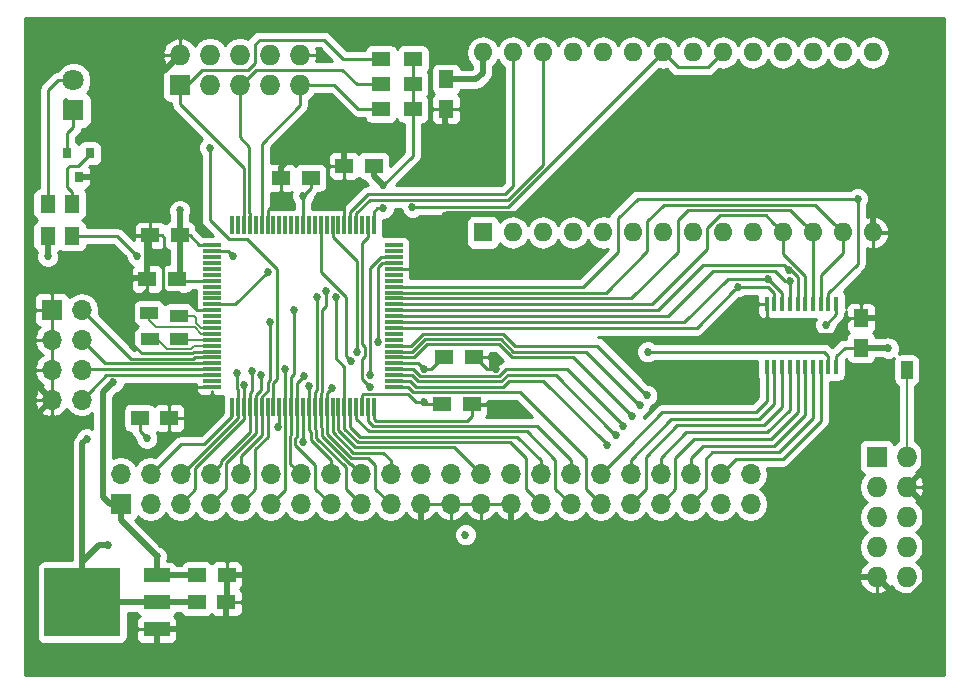
<source format=gtl>
G04 #@! TF.FileFunction,Copper,L1,Top,Signal*
%FSLAX46Y46*%
G04 Gerber Fmt 4.6, Leading zero omitted, Abs format (unit mm)*
G04 Created by KiCad (PCBNEW 4.0.6) date 07/29/17 07:53:43*
%MOMM*%
%LPD*%
G01*
G04 APERTURE LIST*
%ADD10C,0.100000*%
%ADD11R,1.500000X0.300000*%
%ADD12R,0.300000X1.500000*%
%ADD13R,2.200000X1.200000*%
%ADD14R,6.400000X5.800000*%
%ADD15R,3.050000X2.750000*%
%ADD16R,1.600000X1.600000*%
%ADD17O,1.600000X1.600000*%
%ADD18R,1.500000X1.250000*%
%ADD19R,1.727200X1.727200*%
%ADD20O,1.727200X1.727200*%
%ADD21R,1.800000X1.800000*%
%ADD22C,1.800000*%
%ADD23R,1.700000X1.700000*%
%ADD24O,1.700000X1.700000*%
%ADD25R,0.800000X0.900000*%
%ADD26R,1.300000X1.500000*%
%ADD27R,0.406400X1.270000*%
%ADD28R,1.500000X1.300000*%
%ADD29R,1.250000X1.500000*%
%ADD30R,1.000000X1.500000*%
%ADD31R,1.500000X1.000000*%
%ADD32C,0.685800*%
%ADD33C,0.500000*%
%ADD34C,0.250000*%
%ADD35C,0.152400*%
%ADD36C,0.254000*%
G04 APERTURE END LIST*
D10*
D11*
X67597000Y-131064000D03*
X67597000Y-130564000D03*
X67597000Y-130064000D03*
X67597000Y-129564000D03*
X67597000Y-129064000D03*
X67597000Y-128564000D03*
X67597000Y-128064000D03*
X67597000Y-127564000D03*
X67597000Y-127064000D03*
X67597000Y-126564000D03*
X67597000Y-126064000D03*
X67597000Y-125564000D03*
X67597000Y-125064000D03*
X67597000Y-124564000D03*
X67597000Y-124064000D03*
X67597000Y-123564000D03*
X67597000Y-123064000D03*
X67597000Y-122564000D03*
X67597000Y-122064000D03*
X67597000Y-121564000D03*
X67597000Y-121064000D03*
X67597000Y-120564000D03*
X67597000Y-120064000D03*
X67597000Y-119564000D03*
X67597000Y-119064000D03*
D12*
X65897000Y-117364000D03*
X65397000Y-117364000D03*
X64897000Y-117364000D03*
X64397000Y-117364000D03*
X63897000Y-117364000D03*
X63397000Y-117364000D03*
X62897000Y-117364000D03*
X62397000Y-117364000D03*
X61897000Y-117364000D03*
X61397000Y-117364000D03*
X60897000Y-117364000D03*
X60397000Y-117364000D03*
X59897000Y-117364000D03*
X59397000Y-117364000D03*
X58897000Y-117364000D03*
X58397000Y-117364000D03*
X57897000Y-117364000D03*
X57397000Y-117364000D03*
X56897000Y-117364000D03*
X56397000Y-117364000D03*
X55897000Y-117364000D03*
X55397000Y-117364000D03*
X54897000Y-117364000D03*
X54397000Y-117364000D03*
X53897000Y-117364000D03*
D11*
X52197000Y-119064000D03*
X52197000Y-119564000D03*
X52197000Y-120064000D03*
X52197000Y-120564000D03*
X52197000Y-121064000D03*
X52197000Y-121564000D03*
X52197000Y-122064000D03*
X52197000Y-122564000D03*
X52197000Y-123064000D03*
X52197000Y-123564000D03*
X52197000Y-124064000D03*
X52197000Y-124564000D03*
X52197000Y-125064000D03*
X52197000Y-125564000D03*
X52197000Y-126064000D03*
X52197000Y-126564000D03*
X52197000Y-127064000D03*
X52197000Y-127564000D03*
X52197000Y-128064000D03*
X52197000Y-128564000D03*
X52197000Y-129064000D03*
X52197000Y-129564000D03*
X52197000Y-130064000D03*
X52197000Y-130564000D03*
X52197000Y-131064000D03*
D12*
X53897000Y-132764000D03*
X54397000Y-132764000D03*
X54897000Y-132764000D03*
X55397000Y-132764000D03*
X55897000Y-132764000D03*
X56397000Y-132764000D03*
X56897000Y-132764000D03*
X57397000Y-132764000D03*
X57897000Y-132764000D03*
X58397000Y-132764000D03*
X58897000Y-132764000D03*
X59397000Y-132764000D03*
X59897000Y-132764000D03*
X60397000Y-132764000D03*
X60897000Y-132764000D03*
X61397000Y-132764000D03*
X61897000Y-132764000D03*
X62397000Y-132764000D03*
X62897000Y-132764000D03*
X63397000Y-132764000D03*
X63897000Y-132764000D03*
X64397000Y-132764000D03*
X64897000Y-132764000D03*
X65397000Y-132764000D03*
X65897000Y-132764000D03*
D13*
X47498000Y-151568500D03*
X47498000Y-149288500D03*
X47498000Y-147008500D03*
D14*
X41198000Y-149288500D03*
D15*
X39523000Y-147763500D03*
X42873000Y-150813500D03*
X39523000Y-150813500D03*
X42873000Y-147763500D03*
D16*
X75120500Y-117983000D03*
D17*
X108140500Y-102743000D03*
X77660500Y-117983000D03*
X105600500Y-102743000D03*
X80200500Y-117983000D03*
X103060500Y-102743000D03*
X82740500Y-117983000D03*
X100520500Y-102743000D03*
X85280500Y-117983000D03*
X97980500Y-102743000D03*
X87820500Y-117983000D03*
X95440500Y-102743000D03*
X90360500Y-117983000D03*
X92900500Y-102743000D03*
X92900500Y-117983000D03*
X90360500Y-102743000D03*
X95440500Y-117983000D03*
X87820500Y-102743000D03*
X97980500Y-117983000D03*
X85280500Y-102743000D03*
X100520500Y-117983000D03*
X82740500Y-102743000D03*
X103060500Y-117983000D03*
X80200500Y-102743000D03*
X105600500Y-117983000D03*
X77660500Y-102743000D03*
X108140500Y-117983000D03*
X75120500Y-102743000D03*
D18*
X49212500Y-121920000D03*
X46712500Y-121920000D03*
X46057500Y-133687500D03*
X48557500Y-133687500D03*
D19*
X49466500Y-105473500D03*
D20*
X49466500Y-102933500D03*
X52006500Y-105473500D03*
X52006500Y-102933500D03*
X54546500Y-105473500D03*
X54546500Y-102933500D03*
X57086500Y-105473500D03*
X57086500Y-102933500D03*
X59626500Y-105473500D03*
X59626500Y-102933500D03*
D21*
X40449500Y-107632500D03*
D22*
X40449500Y-105092500D03*
D23*
X44450000Y-140970000D03*
D24*
X44450000Y-138430000D03*
X46990000Y-140970000D03*
X46990000Y-138430000D03*
X49530000Y-140970000D03*
X49530000Y-138430000D03*
X52070000Y-140970000D03*
X52070000Y-138430000D03*
X54610000Y-140970000D03*
X54610000Y-138430000D03*
X57150000Y-140970000D03*
X57150000Y-138430000D03*
X59690000Y-140970000D03*
X59690000Y-138430000D03*
X62230000Y-140970000D03*
X62230000Y-138430000D03*
X64770000Y-140970000D03*
X64770000Y-138430000D03*
X67310000Y-140970000D03*
X67310000Y-138430000D03*
X69850000Y-140970000D03*
X69850000Y-138430000D03*
X72390000Y-140970000D03*
X72390000Y-138430000D03*
X74930000Y-140970000D03*
X74930000Y-138430000D03*
X77470000Y-140970000D03*
X77470000Y-138430000D03*
X80010000Y-140970000D03*
X80010000Y-138430000D03*
X82550000Y-140970000D03*
X82550000Y-138430000D03*
X85090000Y-140970000D03*
X85090000Y-138430000D03*
X87630000Y-140970000D03*
X87630000Y-138430000D03*
X90170000Y-140970000D03*
X90170000Y-138430000D03*
X92710000Y-140970000D03*
X92710000Y-138430000D03*
X95250000Y-140970000D03*
X95250000Y-138430000D03*
X97790000Y-140970000D03*
X97790000Y-138430000D03*
D19*
X108458000Y-136969500D03*
D20*
X110998000Y-136969500D03*
X108458000Y-139509500D03*
X110998000Y-139509500D03*
X108458000Y-142049500D03*
X110998000Y-142049500D03*
X108458000Y-144589500D03*
X110998000Y-144589500D03*
X108458000Y-147129500D03*
X110998000Y-147129500D03*
D23*
X38608000Y-124523500D03*
D24*
X41148000Y-124523500D03*
X38608000Y-127063500D03*
X41148000Y-127063500D03*
X38608000Y-129603500D03*
X41148000Y-129603500D03*
X38608000Y-132143500D03*
X41148000Y-132143500D03*
D25*
X41844000Y-111268000D03*
X39944000Y-111268000D03*
X40894000Y-113268000D03*
D26*
X40322500Y-115570000D03*
X40322500Y-118270000D03*
X38290500Y-118270000D03*
X38290500Y-115570000D03*
D27*
X105016300Y-124015500D03*
X104381300Y-124015500D03*
X103720900Y-124015500D03*
X103060500Y-124015500D03*
X102425500Y-124015500D03*
X101765100Y-124015500D03*
X101104700Y-124015500D03*
X100469700Y-124015500D03*
X99809300Y-124015500D03*
X99174300Y-124015500D03*
X99174300Y-129349500D03*
X99809300Y-129349500D03*
X100469700Y-129349500D03*
X101104700Y-129349500D03*
X101765100Y-129349500D03*
X102425500Y-129349500D03*
X103060500Y-129349500D03*
X103720900Y-129349500D03*
X104381300Y-129349500D03*
X105016300Y-129349500D03*
D18*
X49466500Y-118237000D03*
X46966500Y-118237000D03*
D28*
X66484500Y-107505500D03*
X69184500Y-107505500D03*
X66484500Y-105410000D03*
X69184500Y-105410000D03*
X66515000Y-103314500D03*
X69215000Y-103314500D03*
D18*
X50927000Y-147002500D03*
X53427000Y-147002500D03*
X50903500Y-149288500D03*
X53403500Y-149288500D03*
X71858500Y-128524000D03*
X74358500Y-128524000D03*
X65873000Y-112331500D03*
X63373000Y-112331500D03*
X60539000Y-113347500D03*
X58039000Y-113347500D03*
X71668000Y-132524500D03*
X74168000Y-132524500D03*
D29*
X107124500Y-125222000D03*
X107124500Y-127722000D03*
X72009000Y-107505500D03*
X72009000Y-105005500D03*
D30*
X110998000Y-129603500D03*
D31*
X46926500Y-127000000D03*
X49403000Y-127000000D03*
X46863000Y-124777500D03*
X49403000Y-125031500D03*
D32*
X49473480Y-116107302D03*
X70104000Y-129521801D03*
X59897000Y-114864500D03*
X41592500Y-135445500D03*
X73653544Y-143571679D03*
X43370500Y-144462500D03*
X70098169Y-132321487D03*
X66675000Y-115951000D03*
X66675000Y-113982500D03*
X59880500Y-135699500D03*
X46672500Y-135382000D03*
X57785000Y-134431551D03*
X42815000Y-113268000D03*
X42719589Y-121856500D03*
X76195466Y-129521801D03*
X71945500Y-109601000D03*
X71945500Y-116586000D03*
X62357000Y-110172500D03*
X76200000Y-132588000D03*
X109296224Y-125066135D03*
X50165000Y-133667500D03*
X47498000Y-145415000D03*
X43811648Y-130669024D03*
X109466807Y-127767035D03*
X38290500Y-120015000D03*
X52003636Y-110802332D03*
X54919478Y-130913251D03*
X54273606Y-129882478D03*
X56356084Y-130053643D03*
X55567128Y-129676828D03*
X57090394Y-125523357D03*
X58381463Y-129582624D03*
X59168485Y-124533017D03*
X59994702Y-130124295D03*
X60418618Y-130960353D03*
X61081729Y-123463378D03*
X61869839Y-122910889D03*
X62314468Y-131125210D03*
X65535707Y-130029204D03*
X65569725Y-131063985D03*
X62673144Y-123483383D03*
X87011175Y-134347895D03*
X88387644Y-132597098D03*
X66235697Y-127239307D03*
X86398258Y-135146529D03*
X87759386Y-133531859D03*
X85650972Y-135960539D03*
X89000415Y-131757054D03*
X53975000Y-119951500D03*
X45847000Y-119951500D03*
X69151500Y-115824000D03*
X56896000Y-121348500D03*
X64469377Y-128063590D03*
X104140000Y-125793500D03*
X99229382Y-121891484D03*
X63927706Y-128840770D03*
X89090500Y-128079500D03*
X101091478Y-122048188D03*
X96712293Y-122582897D03*
X101061084Y-121194018D03*
X106859641Y-115111931D03*
D33*
X49466500Y-116114282D02*
X49473480Y-116107302D01*
X49466500Y-118237000D02*
X49466500Y-116114282D01*
D34*
X49212500Y-121920000D02*
X49212500Y-121944452D01*
X49212500Y-121944452D02*
X49332048Y-122064000D01*
X49332048Y-122064000D02*
X52197000Y-122064000D01*
X52197000Y-119064000D02*
X51119000Y-119064000D01*
X51119000Y-119064000D02*
X50292000Y-118237000D01*
X50292000Y-118237000D02*
X49466500Y-118237000D01*
D33*
X49466500Y-118237000D02*
X49466500Y-121666000D01*
D34*
X49466500Y-121666000D02*
X49212500Y-121920000D01*
X69184500Y-107505500D02*
X69184500Y-111473000D01*
X69184500Y-111473000D02*
X66675000Y-113982500D01*
X69184500Y-105410000D02*
X69184500Y-107505500D01*
X69215000Y-103314500D02*
X69215000Y-105379500D01*
X69215000Y-105379500D02*
X69184500Y-105410000D01*
X69673905Y-132321487D02*
X70098169Y-132321487D01*
X68800550Y-131688999D02*
X69433038Y-132321487D01*
X64897000Y-131764000D02*
X64972001Y-131688999D01*
X64897000Y-132764000D02*
X64897000Y-131764000D01*
X64972001Y-131688999D02*
X68800550Y-131688999D01*
X69433038Y-132321487D02*
X69673905Y-132321487D01*
X71733500Y-128524000D02*
X70735699Y-129521801D01*
X69804001Y-129221802D02*
X70104000Y-129521801D01*
X67597000Y-129064000D02*
X69646199Y-129064000D01*
X70528264Y-129521801D02*
X70104000Y-129521801D01*
X71858500Y-128524000D02*
X71733500Y-128524000D01*
X69646199Y-129064000D02*
X69804001Y-129221802D01*
X70735699Y-129521801D02*
X70528264Y-129521801D01*
D33*
X41198000Y-149288500D02*
X41198000Y-135840000D01*
X41198000Y-135840000D02*
X41592500Y-135445500D01*
X41198000Y-149288500D02*
X41198000Y-145888500D01*
X41198000Y-145888500D02*
X42624000Y-144462500D01*
X42624000Y-144462500D02*
X43370500Y-144462500D01*
D34*
X70098169Y-132321487D02*
X70301182Y-132524500D01*
X70301182Y-132524500D02*
X70555182Y-132524500D01*
X70555182Y-132524500D02*
X71668000Y-132524500D01*
X66167000Y-115951000D02*
X65897000Y-116221000D01*
X65897000Y-116221000D02*
X65897000Y-117364000D01*
X66675000Y-115951000D02*
X66167000Y-115951000D01*
D33*
X65873000Y-112331500D02*
X65873000Y-113180500D01*
X65873000Y-113180500D02*
X66675000Y-113982500D01*
D34*
X60539000Y-113347500D02*
X60539000Y-114222500D01*
X59897000Y-116364000D02*
X59897000Y-117364000D01*
X60539000Y-114222500D02*
X59897000Y-114864500D01*
X59897000Y-114864500D02*
X59897000Y-116364000D01*
X59897000Y-135683000D02*
X59880500Y-135699500D01*
X59897000Y-132764000D02*
X59897000Y-135683000D01*
X46057500Y-133687500D02*
X46057500Y-134767000D01*
X46057500Y-134767000D02*
X46672500Y-135382000D01*
D33*
X47498000Y-149288500D02*
X41198000Y-149288500D01*
X47498000Y-149288500D02*
X48848000Y-149288500D01*
X48848000Y-149288500D02*
X50903500Y-149288500D01*
D34*
X46712500Y-122795000D02*
X46712500Y-121920000D01*
X45537072Y-127506729D02*
X45537072Y-123970428D01*
X50533440Y-128192522D02*
X46222865Y-128192522D01*
X45537072Y-123970428D02*
X46712500Y-122795000D01*
X46222865Y-128192522D02*
X45537072Y-127506729D01*
X52197000Y-128064000D02*
X50661962Y-128064000D01*
X50661962Y-128064000D02*
X50533440Y-128192522D01*
X52197000Y-124564000D02*
X50905467Y-124564000D01*
X48125736Y-118434797D02*
X47927939Y-118237000D01*
X50905467Y-124564000D02*
X49327692Y-122986225D01*
X49327692Y-122986225D02*
X48264664Y-122986225D01*
X48264664Y-122986225D02*
X48042210Y-122763771D01*
X48042210Y-122763771D02*
X48042210Y-120038502D01*
X47927939Y-118237000D02*
X46966500Y-118237000D01*
X48042210Y-120038502D02*
X48125736Y-119954976D01*
X48125736Y-119954976D02*
X48125736Y-118434797D01*
D33*
X46712500Y-121920000D02*
X46712500Y-118491000D01*
X46712500Y-118491000D02*
X46966500Y-118237000D01*
X42719589Y-121856500D02*
X46649000Y-121856500D01*
X46649000Y-121856500D02*
X46712500Y-121920000D01*
D35*
X46799500Y-118404000D02*
X46966500Y-118237000D01*
D34*
X50165000Y-131762500D02*
X50165000Y-133667500D01*
X52197000Y-131064000D02*
X50863500Y-131064000D01*
X50863500Y-131064000D02*
X50165000Y-131762500D01*
X57897000Y-132764000D02*
X57897000Y-134319551D01*
X57897000Y-134319551D02*
X57785000Y-134431551D01*
D33*
X46990000Y-153797000D02*
X47498000Y-153289000D01*
X47498000Y-153289000D02*
X47498000Y-151568500D01*
X37592000Y-153797000D02*
X46990000Y-153797000D01*
X108140500Y-117983000D02*
X108140500Y-113855500D01*
X108140500Y-113855500D02*
X106807000Y-112522000D01*
X106807000Y-112522000D02*
X82613500Y-112522000D01*
X82613500Y-112522000D02*
X78692697Y-116442803D01*
X78692697Y-116442803D02*
X72088697Y-116442803D01*
X72088697Y-116442803D02*
X71945500Y-116586000D01*
X77470000Y-140970000D02*
X77470000Y-143622033D01*
X77470000Y-143622033D02*
X80977467Y-147129500D01*
X80977467Y-147129500D02*
X108458000Y-147129500D01*
X38608000Y-132143500D02*
X36639500Y-130175000D01*
X36639500Y-130175000D02*
X36639500Y-122872500D01*
X36639500Y-122872500D02*
X37655500Y-121856500D01*
X37655500Y-121856500D02*
X42719589Y-121856500D01*
X44005500Y-112077500D02*
X42815000Y-113268000D01*
X42815000Y-113268000D02*
X40894000Y-113268000D01*
X44005500Y-108394500D02*
X44005500Y-112077500D01*
X49466500Y-102933500D02*
X44005500Y-108394500D01*
D34*
X74483500Y-128524000D02*
X75481301Y-129521801D01*
X75481301Y-129521801D02*
X75771202Y-129521801D01*
X75771202Y-129521801D02*
X76195466Y-129521801D01*
X74358500Y-128524000D02*
X74483500Y-128524000D01*
X70007500Y-121064000D02*
X71945500Y-119126000D01*
X71945500Y-119126000D02*
X71945500Y-116586000D01*
X67597000Y-121064000D02*
X70007500Y-121064000D01*
D33*
X71945500Y-109601000D02*
X71945500Y-107569000D01*
X71945500Y-107569000D02*
X72009000Y-107505500D01*
X58039000Y-113347500D02*
X58039000Y-112472500D01*
X60339000Y-110172500D02*
X61932736Y-110172500D01*
X58039000Y-112472500D02*
X60339000Y-110172500D01*
X61932736Y-110172500D02*
X62357000Y-110172500D01*
X63373000Y-112331500D02*
X63373000Y-111188500D01*
X63373000Y-111188500D02*
X62357000Y-110172500D01*
X36766500Y-152971500D02*
X36766500Y-133985000D01*
X36766500Y-133985000D02*
X38608000Y-132143500D01*
X37592000Y-153797000D02*
X36766500Y-152971500D01*
X53403500Y-149288500D02*
X53403500Y-151130000D01*
X53403500Y-151130000D02*
X52959000Y-151574500D01*
X52959000Y-151574500D02*
X47504000Y-151574500D01*
X47504000Y-151574500D02*
X47498000Y-151568500D01*
D34*
X65897000Y-132764000D02*
X65897000Y-133764000D01*
X65897000Y-133764000D02*
X66054500Y-133921500D01*
X66054500Y-133921500D02*
X73782103Y-133921500D01*
X74168000Y-133535603D02*
X74168000Y-132524500D01*
X73782103Y-133921500D02*
X74168000Y-133535603D01*
X76200000Y-132588000D02*
X74231500Y-132588000D01*
X74231500Y-132588000D02*
X74168000Y-132524500D01*
D33*
X108458000Y-147129500D02*
X110086108Y-148757608D01*
X110086108Y-148757608D02*
X111430256Y-148757608D01*
X111430256Y-148757608D02*
X112558126Y-147629738D01*
X112558126Y-147629738D02*
X112558126Y-141069626D01*
X112558126Y-141069626D02*
X111861599Y-140373099D01*
X111861599Y-140373099D02*
X110998000Y-139509500D01*
X110998000Y-139509500D02*
X112509937Y-137997563D01*
X112509937Y-137997563D02*
X112509937Y-128279848D01*
X112509937Y-128279848D02*
X109596223Y-125366134D01*
X109596223Y-125366134D02*
X109296224Y-125066135D01*
D34*
X99174300Y-124015500D02*
X99174300Y-126225300D01*
X99174300Y-126225300D02*
X99504500Y-126555500D01*
X99504500Y-126555500D02*
X104902000Y-126555500D01*
X104902000Y-126555500D02*
X106235500Y-125222000D01*
X106235500Y-125222000D02*
X107124500Y-125222000D01*
D33*
X109140359Y-125222000D02*
X109296224Y-125066135D01*
X107124500Y-125222000D02*
X109140359Y-125222000D01*
D34*
X63373000Y-112331500D02*
X63373000Y-117340000D01*
X63373000Y-117340000D02*
X63397000Y-117364000D01*
X56897000Y-116077000D02*
X58039000Y-114935000D01*
X58039000Y-114935000D02*
X58039000Y-113347500D01*
X56897000Y-117364000D02*
X56897000Y-116077000D01*
X48557500Y-133687500D02*
X50145000Y-133687500D01*
X50145000Y-133687500D02*
X50165000Y-133667500D01*
X72390000Y-140970000D02*
X71187919Y-140970000D01*
X71187919Y-140970000D02*
X69850000Y-140970000D01*
X74930000Y-140970000D02*
X73727919Y-140970000D01*
X73727919Y-140970000D02*
X72390000Y-140970000D01*
X77470000Y-140970000D02*
X76267919Y-140970000D01*
X76267919Y-140970000D02*
X74930000Y-140970000D01*
D33*
X66357500Y-147002500D02*
X69850000Y-143510000D01*
X69850000Y-143510000D02*
X69850000Y-140970000D01*
X53427000Y-147002500D02*
X66357500Y-147002500D01*
X53427000Y-147002500D02*
X53427000Y-149265000D01*
X53427000Y-149265000D02*
X53403500Y-149288500D01*
X44450000Y-140970000D02*
X43543726Y-140970000D01*
X43543726Y-140970000D02*
X42953394Y-140379668D01*
X42953394Y-140379668D02*
X42953394Y-131527278D01*
X42953394Y-131527278D02*
X43511649Y-130969023D01*
X43511649Y-130969023D02*
X43811648Y-130669024D01*
X109421772Y-127722000D02*
X109466807Y-127767035D01*
X107124500Y-127722000D02*
X109421772Y-127722000D01*
X38290500Y-120015000D02*
X38290500Y-118270000D01*
X75120500Y-104457500D02*
X74572500Y-105005500D01*
X74572500Y-105005500D02*
X72009000Y-105005500D01*
X75120500Y-102743000D02*
X75120500Y-104457500D01*
X50927000Y-147002500D02*
X47504000Y-147002500D01*
X47504000Y-147002500D02*
X47498000Y-147008500D01*
X44450000Y-140970000D02*
X44450000Y-142367000D01*
X47498000Y-145415000D02*
X47498000Y-147008500D01*
X44450000Y-142367000D02*
X47498000Y-145415000D01*
D34*
X105016300Y-129349500D02*
X105016300Y-128464500D01*
X105016300Y-128464500D02*
X105758800Y-127722000D01*
X105758800Y-127722000D02*
X106249500Y-127722000D01*
X106249500Y-127722000D02*
X107124500Y-127722000D01*
X49466500Y-105473500D02*
X50101500Y-105473500D01*
X50101500Y-105473500D02*
X51371500Y-104203500D01*
X51371500Y-104203500D02*
X55245000Y-104203500D01*
X55245000Y-104203500D02*
X55816500Y-103632000D01*
X55816500Y-103632000D02*
X55816500Y-102044500D01*
X55816500Y-102044500D02*
X56216370Y-101644630D01*
X56216370Y-101644630D02*
X61639630Y-101644630D01*
X61639630Y-101644630D02*
X63309500Y-103314500D01*
X63309500Y-103314500D02*
X66515000Y-103314500D01*
X49466500Y-107112231D02*
X49466500Y-105473500D01*
X54897000Y-117364000D02*
X54897000Y-112542731D01*
X54897000Y-112542731D02*
X49466500Y-107112231D01*
X57397000Y-132764000D02*
X57397000Y-130723601D01*
X57397000Y-130723601D02*
X57715396Y-130405205D01*
X53626812Y-118525395D02*
X52003636Y-116902219D01*
X52003636Y-116902219D02*
X52003636Y-111287265D01*
X57715396Y-130405205D02*
X57715396Y-121115892D01*
X57715396Y-121115892D02*
X55124899Y-118525395D01*
X55124899Y-118525395D02*
X53626812Y-118525395D01*
X52003636Y-111287265D02*
X52003636Y-110802332D01*
X54546500Y-105473500D02*
X54611411Y-105473500D01*
X54611411Y-105473500D02*
X55877068Y-104207843D01*
X55877068Y-104207843D02*
X63225446Y-104207843D01*
X63225446Y-104207843D02*
X64427603Y-105410000D01*
X64427603Y-105410000D02*
X66484500Y-105410000D01*
X55397000Y-117364000D02*
X55372001Y-117339001D01*
X55372001Y-117339001D02*
X55372001Y-116353999D01*
X55372001Y-116353999D02*
X55347010Y-116329008D01*
X55347009Y-110717599D02*
X54564284Y-109934874D01*
X55347010Y-116329008D02*
X55347009Y-110717599D01*
X54564284Y-105491284D02*
X54546500Y-105473500D01*
X54564284Y-109934874D02*
X54564284Y-105491284D01*
X59626500Y-105473500D02*
X62547500Y-105473500D01*
X62547500Y-105473500D02*
X64579500Y-107505500D01*
X64579500Y-107505500D02*
X66484500Y-107505500D01*
X56397000Y-117364000D02*
X56397000Y-110454618D01*
X56397000Y-110454618D02*
X59626500Y-107225118D01*
X59626500Y-107225118D02*
X59626500Y-105473500D01*
X40449500Y-109093000D02*
X39944000Y-109598500D01*
X39944000Y-109598500D02*
X39944000Y-111268000D01*
X40449500Y-107632500D02*
X40449500Y-109093000D01*
X39944000Y-106873000D02*
X39751000Y-106680000D01*
X40449500Y-105092500D02*
X39130185Y-105092500D01*
X39130185Y-105092500D02*
X38290500Y-105932185D01*
X38290500Y-105932185D02*
X38290500Y-107073674D01*
X38290500Y-107073674D02*
X38290500Y-115570000D01*
X46990000Y-138430000D02*
X49541187Y-135878813D01*
X49541187Y-135878813D02*
X51542495Y-135878813D01*
X51542495Y-135878813D02*
X53897000Y-133524308D01*
X53897000Y-133524308D02*
X53897000Y-132764000D01*
X54897000Y-130935729D02*
X54919478Y-130913251D01*
X54897000Y-132764000D02*
X54897000Y-130935729D01*
X49530000Y-140970000D02*
X50788539Y-139711461D01*
X50788539Y-139711461D02*
X50788539Y-137913788D01*
X50788539Y-137913788D02*
X54897000Y-133805327D01*
X54897000Y-133805327D02*
X54897000Y-132764000D01*
X49530000Y-138430000D02*
X49635917Y-138430000D01*
X49635917Y-138430000D02*
X54397000Y-133668917D01*
X54397000Y-133668917D02*
X54397000Y-132764000D01*
X54273606Y-130306742D02*
X54273606Y-129882478D01*
X54273606Y-131180886D02*
X54273606Y-130306742D01*
X54397000Y-132764000D02*
X54397000Y-131304280D01*
X54397000Y-131304280D02*
X54273606Y-131180886D01*
X56356084Y-131301504D02*
X56356084Y-130538576D01*
X55897000Y-131760588D02*
X56356084Y-131301504D01*
X55897000Y-132764000D02*
X55897000Y-131760588D01*
X56356084Y-130538576D02*
X56356084Y-130053643D01*
X53373047Y-137515411D02*
X55897000Y-134991458D01*
X52070000Y-140970000D02*
X53373047Y-139666953D01*
X55897000Y-134991458D02*
X55897000Y-133764000D01*
X53373047Y-139666953D02*
X53373047Y-137515411D01*
X55897000Y-133764000D02*
X55897000Y-132764000D01*
X55567128Y-130161761D02*
X55567128Y-129676828D01*
X55397000Y-131611464D02*
X55567128Y-131441336D01*
X55397000Y-132764000D02*
X55397000Y-131611464D01*
X55567128Y-131441336D02*
X55567128Y-130161761D01*
X52070000Y-138430000D02*
X52919999Y-137580001D01*
X52919999Y-137580001D02*
X52919999Y-137310400D01*
X52919999Y-137310400D02*
X55397000Y-134833399D01*
X55397000Y-134833399D02*
X55397000Y-133764000D01*
X55397000Y-133764000D02*
X55397000Y-132764000D01*
X55870949Y-136290331D02*
X56897000Y-135264280D01*
X55870949Y-139709051D02*
X55870949Y-136290331D01*
X56897000Y-135264280D02*
X56897000Y-133764000D01*
X54610000Y-140970000D02*
X55870949Y-139709051D01*
X56897000Y-133764000D02*
X56897000Y-132764000D01*
X57105915Y-130445591D02*
X57105915Y-129850101D01*
X56944229Y-130607277D02*
X57105915Y-130445591D01*
X57105915Y-129850101D02*
X57090394Y-129834580D01*
X57090394Y-129834580D02*
X57090394Y-125947621D01*
X57090394Y-125947621D02*
X57090394Y-125523357D01*
X56944229Y-131349771D02*
X56944229Y-130607277D01*
X56397000Y-132764000D02*
X56397000Y-131897000D01*
X56397000Y-131897000D02*
X56944229Y-131349771D01*
X54610000Y-136914868D02*
X56397000Y-135127868D01*
X54610000Y-138430000D02*
X54610000Y-136914868D01*
X56397000Y-135127868D02*
X56397000Y-133764000D01*
X56397000Y-133764000D02*
X56397000Y-132764000D01*
X58397000Y-132764000D02*
X58397000Y-129598161D01*
X58397000Y-129598161D02*
X58381463Y-129582624D01*
X58397000Y-133764000D02*
X58397000Y-132764000D01*
X58410002Y-134983502D02*
X58410002Y-133777002D01*
X58355476Y-135038028D02*
X58410002Y-134983502D01*
X58355476Y-139764524D02*
X58355476Y-135038028D01*
X57150000Y-140970000D02*
X58355476Y-139764524D01*
X58410002Y-133777002D02*
X58397000Y-133764000D01*
X58897000Y-132764000D02*
X58897000Y-130244196D01*
X59168485Y-124957281D02*
X59168485Y-124533017D01*
X58897000Y-130244196D02*
X59168485Y-129972711D01*
X59168485Y-129972711D02*
X59168485Y-124957281D01*
X58897000Y-135132915D02*
X58897000Y-133764000D01*
X58897000Y-133764000D02*
X58897000Y-132764000D01*
X58805487Y-135224428D02*
X58897000Y-135132915D01*
X58805487Y-137545487D02*
X58805487Y-135224428D01*
X59690000Y-138430000D02*
X58805487Y-137545487D01*
X59651803Y-130467194D02*
X59994702Y-130124295D01*
X59397000Y-132764000D02*
X59397000Y-130721997D01*
X59397000Y-130721997D02*
X59651803Y-130467194D01*
X59255498Y-135410828D02*
X59397000Y-135269326D01*
X59255498Y-135999502D02*
X59255498Y-135410828D01*
X60952315Y-139692315D02*
X60952315Y-137696319D01*
X62230000Y-140970000D02*
X60952315Y-139692315D01*
X59397000Y-133764000D02*
X59397000Y-132764000D01*
X59397000Y-135269326D02*
X59397000Y-133764000D01*
X60952315Y-137696319D02*
X59255498Y-135999502D01*
X60397000Y-130981971D02*
X60418618Y-130960353D01*
X60397000Y-132764000D02*
X60397000Y-130981971D01*
X62230000Y-137249857D02*
X60569002Y-135588859D01*
X60569002Y-134891498D02*
X60397000Y-134719496D01*
X60397000Y-134719496D02*
X60397000Y-133764000D01*
X60569002Y-135588859D02*
X60569002Y-134891498D01*
X60397000Y-133764000D02*
X60397000Y-132764000D01*
X62230000Y-138430000D02*
X62230000Y-137249857D01*
X61081729Y-123948311D02*
X61081729Y-123463378D01*
X61081729Y-131309492D02*
X61081729Y-123948311D01*
X60897000Y-131494221D02*
X61081729Y-131309492D01*
X60897000Y-132764000D02*
X60897000Y-131494221D01*
X61019013Y-135402459D02*
X61019013Y-134705098D01*
X60897000Y-133764000D02*
X60897000Y-132764000D01*
X60897000Y-134583085D02*
X60897000Y-133764000D01*
X63494491Y-137877937D02*
X61019013Y-135402459D01*
X61019013Y-134705098D02*
X60897000Y-134583085D01*
X64770000Y-140970000D02*
X63494491Y-139694491D01*
X63494491Y-139694491D02*
X63494491Y-137877937D01*
X61869839Y-123395822D02*
X61869839Y-122910889D01*
X61869839Y-124175806D02*
X61869839Y-123395822D01*
X61397000Y-131593816D02*
X61494440Y-131496376D01*
X61494440Y-124551205D02*
X61869839Y-124175806D01*
X61494440Y-131496376D02*
X61494440Y-124551205D01*
X61397000Y-132764000D02*
X61397000Y-131593816D01*
X61469024Y-134518698D02*
X61397000Y-134446674D01*
X61469024Y-135216059D02*
X61469024Y-134518698D01*
X63832966Y-137580001D02*
X61469024Y-135216059D01*
X64770000Y-138430000D02*
X63920001Y-137580001D01*
X61397000Y-134446674D02*
X61397000Y-133764000D01*
X63920001Y-137580001D02*
X63832966Y-137580001D01*
X61397000Y-133764000D02*
X61397000Y-132764000D01*
X61971569Y-131468109D02*
X62314468Y-131125210D01*
X61897000Y-131542678D02*
X61971569Y-131468109D01*
X61897000Y-132764000D02*
X61897000Y-131542678D01*
X61897000Y-133764000D02*
X61897000Y-132764000D01*
X61919035Y-133786035D02*
X61897000Y-133764000D01*
X66023572Y-137666624D02*
X65428525Y-137071577D01*
X63960952Y-137071577D02*
X61919035Y-135029660D01*
X66023572Y-139683572D02*
X66023572Y-137666624D01*
X67310000Y-140970000D02*
X66023572Y-139683572D01*
X61919035Y-135029660D02*
X61919035Y-133786035D01*
X65428525Y-137071577D02*
X63960952Y-137071577D01*
X62397000Y-133764000D02*
X62397000Y-132764000D01*
X64147352Y-136621566D02*
X62397000Y-134871214D01*
X66703647Y-136621566D02*
X64147352Y-136621566D01*
X67310000Y-137227919D02*
X66703647Y-136621566D01*
X67310000Y-138430000D02*
X67310000Y-137227919D01*
X62397000Y-134871214D02*
X62397000Y-133764000D01*
X65535707Y-129604940D02*
X65535707Y-130029204D01*
X65535707Y-121003880D02*
X65535707Y-127410792D01*
X66475587Y-120064000D02*
X65535707Y-121003880D01*
X67597000Y-120064000D02*
X66475587Y-120064000D01*
X65591013Y-127466098D02*
X65591013Y-129549634D01*
X65591013Y-129549634D02*
X65535707Y-129604940D01*
X65535707Y-127410792D02*
X65591013Y-127466098D01*
X64876818Y-118884182D02*
X64876818Y-127390630D01*
X65397000Y-118364000D02*
X64876818Y-118884182D01*
X65397000Y-117364000D02*
X65397000Y-118364000D01*
X65125005Y-127638817D02*
X65125005Y-128458999D01*
X65226826Y-130721086D02*
X65569725Y-131063985D01*
X65125005Y-128458999D02*
X64902509Y-128681495D01*
X64876818Y-127390630D02*
X65125005Y-127638817D01*
X64902509Y-128681495D02*
X64902509Y-130396769D01*
X64902509Y-130396769D02*
X65226826Y-130721086D01*
X72671555Y-136171555D02*
X64333752Y-136171555D01*
X64333752Y-136171555D02*
X62897000Y-134734803D01*
X62897000Y-134734803D02*
X62897000Y-133764000D01*
X74930000Y-138430000D02*
X72671555Y-136171555D01*
X62897000Y-133764000D02*
X62897000Y-132764000D01*
X63397000Y-132764000D02*
X63397000Y-129345866D01*
X62673144Y-123968316D02*
X62673144Y-123483383D01*
X62673144Y-128622010D02*
X62673144Y-123968316D01*
X63397000Y-129345866D02*
X62673144Y-128622010D01*
X78735097Y-137041536D02*
X77415105Y-135721544D01*
X63397000Y-133764000D02*
X63397000Y-132764000D01*
X63397000Y-134598392D02*
X63397000Y-133764000D01*
X77415105Y-135721544D02*
X64520152Y-135721544D01*
X78735097Y-139695097D02*
X78735097Y-137041536D01*
X80010000Y-140970000D02*
X78735097Y-139695097D01*
X64520152Y-135721544D02*
X63397000Y-134598392D01*
X78053614Y-135271533D02*
X64706552Y-135271533D01*
X63897000Y-133764000D02*
X63897000Y-132764000D01*
X80010000Y-138430000D02*
X80010000Y-137227919D01*
X63897000Y-134461981D02*
X63897000Y-133764000D01*
X64706552Y-135271533D02*
X63897000Y-134461981D01*
X80010000Y-137227919D02*
X78053614Y-135271533D01*
X81256935Y-137254576D02*
X78823881Y-134821522D01*
X78823881Y-134821522D02*
X65454522Y-134821522D01*
X82550000Y-140970000D02*
X81256935Y-139676935D01*
X81256935Y-139676935D02*
X81256935Y-137254576D01*
X65454522Y-134821522D02*
X64397000Y-133764000D01*
X64397000Y-133764000D02*
X64397000Y-132764000D01*
X82550000Y-138430000D02*
X82550000Y-137227919D01*
X65791510Y-134371511D02*
X65397000Y-133977001D01*
X65397000Y-133977001D02*
X65397000Y-133764000D01*
X79693592Y-134371511D02*
X65791510Y-134371511D01*
X65397000Y-133764000D02*
X65397000Y-132764000D01*
X82550000Y-137227919D02*
X79693592Y-134371511D01*
X68811963Y-131064000D02*
X68597000Y-131064000D01*
X85090000Y-140970000D02*
X83830482Y-139710482D01*
X83830482Y-139710482D02*
X83830482Y-137052007D01*
X69244798Y-131496836D02*
X68811963Y-131064000D01*
X83830482Y-137052007D02*
X78275311Y-131496836D01*
X68597000Y-131064000D02*
X67597000Y-131064000D01*
X78275311Y-131496836D02*
X69244798Y-131496836D01*
X90308772Y-133211228D02*
X98217126Y-133211228D01*
X99174300Y-132254054D02*
X99174300Y-130234500D01*
X99174300Y-130234500D02*
X99174300Y-129349500D01*
X85939999Y-137580001D02*
X85984032Y-137580001D01*
X87476969Y-136087064D02*
X87476969Y-136043031D01*
X85984032Y-137580001D02*
X87476969Y-136087064D01*
X85090000Y-138430000D02*
X85939999Y-137580001D01*
X87476969Y-136043031D02*
X90308772Y-133211228D01*
X98217126Y-133211228D02*
X99174300Y-132254054D01*
X100469700Y-129349500D02*
X100469700Y-132740805D01*
X88905349Y-139694651D02*
X87630000Y-140970000D01*
X100469700Y-132740805D02*
X98924328Y-134286177D01*
X98924328Y-134286177D02*
X91588995Y-134286177D01*
X91588995Y-134286177D02*
X88905349Y-136969823D01*
X88905349Y-136969823D02*
X88905349Y-139694651D01*
X87630000Y-137227919D02*
X87630000Y-138430000D01*
X99809300Y-132473700D02*
X98488500Y-133794500D01*
X98488500Y-133794500D02*
X91063419Y-133794500D01*
X99809300Y-129349500D02*
X99809300Y-132473700D01*
X91063419Y-133794500D02*
X87630000Y-137227919D01*
X101765100Y-129349500D02*
X101765100Y-133213413D01*
X101765100Y-133213413D02*
X99504235Y-135474278D01*
X93011891Y-135474278D02*
X91410050Y-137076119D01*
X99504235Y-135474278D02*
X93011891Y-135474278D01*
X91410050Y-137076119D02*
X91410050Y-139729950D01*
X91410050Y-139729950D02*
X90170000Y-140970000D01*
X101104700Y-129349500D02*
X101104700Y-132982738D01*
X101104700Y-132982738D02*
X99207211Y-134880227D01*
X99207211Y-134880227D02*
X92347824Y-134880227D01*
X90170000Y-137058051D02*
X90170000Y-138430000D01*
X92347824Y-134880227D02*
X90170000Y-137058051D01*
X103060500Y-129349500D02*
X103060500Y-133700165D01*
X94552476Y-136605803D02*
X93981956Y-137176323D01*
X103060500Y-133700165D02*
X100154862Y-136605803D01*
X100154862Y-136605803D02*
X94552476Y-136605803D01*
X93981956Y-137176323D02*
X93981956Y-139698044D01*
X93981956Y-139698044D02*
X92710000Y-140970000D01*
X92710000Y-138430000D02*
X92710000Y-137101090D01*
X92710000Y-137101090D02*
X93771050Y-136040040D01*
X93771050Y-136040040D02*
X99815406Y-136040040D01*
X99815406Y-136040040D02*
X102422049Y-133433397D01*
X102422049Y-133433397D02*
X102422049Y-129352951D01*
X102422049Y-129352951D02*
X102425500Y-129349500D01*
X103720900Y-129349500D02*
X103720900Y-133944986D01*
X103720900Y-133944986D02*
X100522609Y-137143277D01*
X100522609Y-137143277D02*
X96536723Y-137143277D01*
X96536723Y-137143277D02*
X95250000Y-138430000D01*
X86711176Y-134047896D02*
X87011175Y-134347895D01*
X69803998Y-130146803D02*
X76495468Y-130146803D01*
X76495468Y-130146803D02*
X77078271Y-129564000D01*
X67597000Y-129564000D02*
X69221195Y-129564000D01*
X69221195Y-129564000D02*
X69803998Y-130146803D01*
X77078271Y-129564000D02*
X82227280Y-129564000D01*
X82227280Y-129564000D02*
X86711176Y-134047896D01*
X69164179Y-128064000D02*
X70239200Y-126988978D01*
X83854546Y-128064000D02*
X88087645Y-132297099D01*
X77711322Y-128064000D02*
X83854546Y-128064000D01*
X67597000Y-128064000D02*
X69164179Y-128064000D01*
X76636300Y-126988978D02*
X77711322Y-128064000D01*
X70239200Y-126988978D02*
X76636300Y-126988978D01*
X88087645Y-132297099D02*
X88387644Y-132597098D01*
X66235697Y-120925303D02*
X66235697Y-126754374D01*
X67597000Y-120564000D02*
X66597000Y-120564000D01*
X66235697Y-126754374D02*
X66235697Y-127239307D01*
X66597000Y-120564000D02*
X66235697Y-120925303D01*
X67597000Y-130064000D02*
X69084784Y-130064000D01*
X69084784Y-130064000D02*
X69617598Y-130596814D01*
X81315729Y-130064000D02*
X86098259Y-134846530D01*
X77214682Y-130064000D02*
X81315729Y-130064000D01*
X76681868Y-130596814D02*
X77214682Y-130064000D01*
X86098259Y-134846530D02*
X86398258Y-135146529D01*
X69617598Y-130596814D02*
X76681868Y-130596814D01*
X67597000Y-128564000D02*
X69300589Y-128564000D01*
X87459387Y-133231860D02*
X87759386Y-133531859D01*
X76449900Y-127438989D02*
X77574911Y-128564000D01*
X82791527Y-128564000D02*
X87459387Y-133231860D01*
X70425600Y-127438989D02*
X76449900Y-127438989D01*
X69300589Y-128564000D02*
X70425600Y-127438989D01*
X77574911Y-128564000D02*
X82791527Y-128564000D01*
X85350973Y-135660540D02*
X85650972Y-135960539D01*
X76868268Y-131046825D02*
X77351092Y-130564000D01*
X67597000Y-130564000D02*
X68948374Y-130564000D01*
X68948374Y-130564000D02*
X69431199Y-131046825D01*
X69431199Y-131046825D02*
X76868268Y-131046825D01*
X80254433Y-130564000D02*
X85350973Y-135660540D01*
X77351092Y-130564000D02*
X80254433Y-130564000D01*
X84807361Y-127564000D02*
X88700416Y-131457055D01*
X77847733Y-127564000D02*
X84807361Y-127564000D01*
X70052800Y-126538967D02*
X76822700Y-126538967D01*
X69027768Y-127564000D02*
X70052800Y-126538967D01*
X67597000Y-127564000D02*
X69027768Y-127564000D01*
X76822700Y-126538967D02*
X77847733Y-127564000D01*
X88700416Y-131457055D02*
X89000415Y-131757054D01*
X41997999Y-125373499D02*
X41148000Y-124523500D01*
X45293476Y-128668976D02*
X41997999Y-125373499D01*
X50716847Y-128564000D02*
X50611871Y-128668976D01*
X52197000Y-128564000D02*
X50716847Y-128564000D01*
X50611871Y-128668976D02*
X45293476Y-128668976D01*
X43155887Y-129071387D02*
X41997999Y-127913499D01*
X52197000Y-129064000D02*
X51197000Y-129064000D01*
X41997999Y-127913499D02*
X41148000Y-127063500D01*
X51197000Y-129064000D02*
X51189613Y-129071387D01*
X51189613Y-129071387D02*
X43155887Y-129071387D01*
X52197000Y-129564000D02*
X41187500Y-129564000D01*
X41187500Y-129564000D02*
X41148000Y-129603500D01*
X41997999Y-131293501D02*
X41148000Y-132143500D01*
X43247477Y-130044023D02*
X41997999Y-131293501D01*
X52197000Y-130064000D02*
X44131626Y-130064000D01*
X44131626Y-130064000D02*
X44111649Y-130044023D01*
X44111649Y-130044023D02*
X43247477Y-130044023D01*
X41844000Y-111268000D02*
X41844000Y-111318000D01*
X41844000Y-111318000D02*
X40849837Y-112312163D01*
X40849837Y-112312163D02*
X40186679Y-112312163D01*
X40186679Y-112312163D02*
X39941500Y-112557342D01*
X39941500Y-112557342D02*
X39941500Y-114173000D01*
X39941500Y-114173000D02*
X40322500Y-114554000D01*
X40322500Y-114554000D02*
X40322500Y-115570000D01*
X45847000Y-119951500D02*
X44165500Y-118270000D01*
X53587500Y-119564000D02*
X53975000Y-119951500D01*
X52197000Y-119564000D02*
X53587500Y-119564000D01*
X44165500Y-118270000D02*
X40322500Y-118270000D01*
X77268478Y-115835022D02*
X69162522Y-115835022D01*
X69162522Y-115835022D02*
X69151500Y-115824000D01*
X52197000Y-124064000D02*
X54180500Y-124064000D01*
X54180500Y-124064000D02*
X56896000Y-121348500D01*
X77268478Y-115835022D02*
X89560501Y-103542999D01*
X89560501Y-103542999D02*
X90360500Y-102743000D01*
X90360500Y-102743000D02*
X91616113Y-103998613D01*
X94640501Y-103542999D02*
X95440500Y-102743000D01*
X91616113Y-103998613D02*
X94184887Y-103998613D01*
X94184887Y-103998613D02*
X94640501Y-103542999D01*
X64397000Y-117364000D02*
X64397000Y-116364000D01*
X80200500Y-112259525D02*
X80200500Y-103874370D01*
X64397000Y-116364000D02*
X65562002Y-115198998D01*
X65562002Y-115198998D02*
X77261027Y-115198998D01*
X77261027Y-115198998D02*
X80200500Y-112259525D01*
X80200500Y-103874370D02*
X80200500Y-102743000D01*
X77660500Y-102743000D02*
X77660500Y-114071982D01*
X77660500Y-114071982D02*
X76983495Y-114748987D01*
X76983495Y-114748987D02*
X65375602Y-114748987D01*
X65375602Y-114748987D02*
X63897000Y-116227589D01*
X63897000Y-116227589D02*
X63897000Y-116364000D01*
X63897000Y-116364000D02*
X63897000Y-117364000D01*
X64470788Y-127577246D02*
X64469377Y-127578657D01*
X62397000Y-117364000D02*
X62397000Y-118364000D01*
X64470788Y-120437788D02*
X64470788Y-127577246D01*
X62397000Y-118364000D02*
X64470788Y-120437788D01*
X64469377Y-127578657D02*
X64469377Y-128063590D01*
X104140000Y-125793500D02*
X105016300Y-124917200D01*
X105016300Y-124917200D02*
X105016300Y-124015500D01*
X98805118Y-121891484D02*
X99229382Y-121891484D01*
X95850016Y-121891484D02*
X98805118Y-121891484D01*
X92177500Y-125564000D02*
X95850016Y-121891484D01*
X67597000Y-125564000D02*
X92177500Y-125564000D01*
X99230684Y-121891484D02*
X99229382Y-121891484D01*
X100469700Y-124015500D02*
X100469700Y-123130500D01*
X100469700Y-123130500D02*
X99230684Y-121891484D01*
X61397000Y-117364000D02*
X61397000Y-121317560D01*
X61397000Y-121317560D02*
X63525930Y-123446490D01*
X63525930Y-128438994D02*
X63584807Y-128497871D01*
X63525930Y-123446490D02*
X63525930Y-128438994D01*
X63584807Y-128497871D02*
X63927706Y-128840770D01*
X104381300Y-129349500D02*
X104381300Y-128464500D01*
X103996300Y-128079500D02*
X89090500Y-128079500D01*
X104381300Y-128464500D02*
X103996300Y-128079500D01*
X94633526Y-121266474D02*
X90836000Y-125064000D01*
X90836000Y-125064000D02*
X67597000Y-125064000D01*
X99885500Y-121266474D02*
X94633526Y-121266474D01*
X101091478Y-122048188D02*
X100667214Y-122048188D01*
X100667214Y-122048188D02*
X99885500Y-121266474D01*
X101104700Y-122061410D02*
X101091478Y-122048188D01*
X101104700Y-124015500D02*
X101104700Y-122061410D01*
X67597000Y-126064000D02*
X93231190Y-126064000D01*
X93231190Y-126064000D02*
X96412294Y-122882896D01*
X96412294Y-122882896D02*
X96712293Y-122582897D01*
X96712293Y-122582897D02*
X99261697Y-122582897D01*
X99261697Y-122582897D02*
X99809300Y-123130500D01*
X99809300Y-123130500D02*
X99809300Y-124015500D01*
X85517555Y-123064000D02*
X89046954Y-119534601D01*
X89046954Y-119534601D02*
X89046954Y-117010546D01*
X89046954Y-117010546D02*
X90427286Y-115630214D01*
X103247714Y-115630214D02*
X104800501Y-117183001D01*
X104800501Y-117183001D02*
X105600500Y-117983000D01*
X67597000Y-123064000D02*
X85517555Y-123064000D01*
X90427286Y-115630214D02*
X103247714Y-115630214D01*
X103720900Y-124015500D02*
X103720900Y-121573664D01*
X103720900Y-121573664D02*
X105600500Y-119694064D01*
X105600500Y-119694064D02*
X105600500Y-117983000D01*
X67597000Y-124564000D02*
X89939000Y-124564000D01*
X89939000Y-124564000D02*
X93726000Y-120777000D01*
X93726000Y-120777000D02*
X100644066Y-120777000D01*
X100644066Y-120777000D02*
X101061084Y-121194018D01*
X101765100Y-121736698D02*
X101222420Y-121194018D01*
X101222420Y-121194018D02*
X101061084Y-121194018D01*
X101765100Y-124015500D02*
X101765100Y-121736698D01*
X106435377Y-115111931D02*
X106859641Y-115111931D01*
X88223422Y-115111931D02*
X106435377Y-115111931D01*
X83592712Y-122564000D02*
X86545857Y-119610855D01*
X86545857Y-116789496D02*
X88223422Y-115111931D01*
X86545857Y-119610855D02*
X86545857Y-116789496D01*
X67597000Y-122564000D02*
X83592712Y-122564000D01*
X106859641Y-115536195D02*
X106859641Y-115111931D01*
X106859641Y-120652159D02*
X106859641Y-115536195D01*
X104381300Y-124015500D02*
X104381300Y-123130500D01*
X104381300Y-123130500D02*
X106859641Y-120652159D01*
X92453775Y-116080225D02*
X101157725Y-116080225D01*
X67597000Y-123564000D02*
X87686408Y-123564000D01*
X87686408Y-123564000D02*
X91624303Y-119626105D01*
X91624303Y-119626105D02*
X91624303Y-116909697D01*
X91624303Y-116909697D02*
X92453775Y-116080225D01*
X101157725Y-116080225D02*
X102260501Y-117183001D01*
X102260501Y-117183001D02*
X103060500Y-117983000D01*
X103060500Y-124015500D02*
X103060500Y-123130500D01*
X103060500Y-123130500D02*
X103060500Y-117983000D01*
X94125400Y-119397346D02*
X94125400Y-117633098D01*
X89458746Y-124064000D02*
X94125400Y-119397346D01*
X67597000Y-124064000D02*
X89458746Y-124064000D01*
X94125400Y-117633098D02*
X95228262Y-116530236D01*
X95228262Y-116530236D02*
X99067736Y-116530236D01*
X99067736Y-116530236D02*
X99720501Y-117183001D01*
X99720501Y-117183001D02*
X100520500Y-117983000D01*
X100520500Y-119769535D02*
X100520500Y-117983000D01*
X102425500Y-124015500D02*
X102425500Y-121674535D01*
X102425500Y-121674535D02*
X100520500Y-119769535D01*
D35*
X110998000Y-136969500D02*
X110998000Y-129603500D01*
X52197000Y-127564000D02*
X50661881Y-127564000D01*
X50661881Y-127564000D02*
X50386970Y-127838911D01*
X47511914Y-127000000D02*
X46926500Y-127000000D01*
X50386970Y-127838911D02*
X48350825Y-127838911D01*
X48350825Y-127838911D02*
X47511914Y-127000000D01*
X52197000Y-127064000D02*
X49467000Y-127064000D01*
X49467000Y-127064000D02*
X49403000Y-127000000D01*
X52197000Y-126564000D02*
X51294600Y-126564000D01*
X46863000Y-125429900D02*
X46863000Y-124777500D01*
X51294600Y-126564000D02*
X50724253Y-125993653D01*
X50724253Y-125993653D02*
X47426753Y-125993653D01*
X47426753Y-125993653D02*
X46863000Y-125429900D01*
X52197000Y-126064000D02*
X51294600Y-126064000D01*
X50671956Y-125031500D02*
X49403000Y-125031500D01*
X51294600Y-126064000D02*
X50863500Y-125632900D01*
X50863500Y-125632900D02*
X50863500Y-125223044D01*
X50863500Y-125223044D02*
X50671956Y-125031500D01*
D36*
G36*
X114173000Y-155448000D02*
X36322000Y-155448000D01*
X36322000Y-146388500D01*
X37350560Y-146388500D01*
X37350560Y-152188500D01*
X37394838Y-152423817D01*
X37533910Y-152639941D01*
X37746110Y-152784931D01*
X37998000Y-152835940D01*
X44398000Y-152835940D01*
X44633317Y-152791662D01*
X44849441Y-152652590D01*
X44994431Y-152440390D01*
X45045440Y-152188500D01*
X45045440Y-151730250D01*
X45763000Y-151730250D01*
X45763000Y-152294810D01*
X45859673Y-152528199D01*
X46038302Y-152706827D01*
X46271691Y-152803500D01*
X47336250Y-152803500D01*
X47495000Y-152644750D01*
X47495000Y-151571500D01*
X47501000Y-151571500D01*
X47501000Y-152644750D01*
X47659750Y-152803500D01*
X48724309Y-152803500D01*
X48957698Y-152706827D01*
X49136327Y-152528199D01*
X49233000Y-152294810D01*
X49233000Y-151730250D01*
X49074250Y-151571500D01*
X47501000Y-151571500D01*
X47495000Y-151571500D01*
X45921750Y-151571500D01*
X45763000Y-151730250D01*
X45045440Y-151730250D01*
X45045440Y-150173500D01*
X45826808Y-150173500D01*
X45933910Y-150339941D01*
X46055527Y-150423038D01*
X46038302Y-150430173D01*
X45859673Y-150608801D01*
X45763000Y-150842190D01*
X45763000Y-151406750D01*
X45921750Y-151565500D01*
X47495000Y-151565500D01*
X47495000Y-151545500D01*
X47501000Y-151545500D01*
X47501000Y-151565500D01*
X49074250Y-151565500D01*
X49233000Y-151406750D01*
X49233000Y-150842190D01*
X49136327Y-150608801D01*
X48957698Y-150430173D01*
X48940162Y-150422909D01*
X49049441Y-150352590D01*
X49171808Y-150173500D01*
X49566221Y-150173500D01*
X49689410Y-150364941D01*
X49901610Y-150509931D01*
X50153500Y-150560940D01*
X51653500Y-150560940D01*
X51888817Y-150516662D01*
X52104941Y-150377590D01*
X52151469Y-150309494D01*
X52293802Y-150451827D01*
X52527191Y-150548500D01*
X53241750Y-150548500D01*
X53400500Y-150389750D01*
X53400500Y-149291500D01*
X53406500Y-149291500D01*
X53406500Y-150389750D01*
X53565250Y-150548500D01*
X54279809Y-150548500D01*
X54513198Y-150451827D01*
X54691827Y-150273199D01*
X54788500Y-150039810D01*
X54788500Y-149450250D01*
X54629750Y-149291500D01*
X53406500Y-149291500D01*
X53400500Y-149291500D01*
X53380500Y-149291500D01*
X53380500Y-149285500D01*
X53400500Y-149285500D01*
X53400500Y-149265500D01*
X53406500Y-149265500D01*
X53406500Y-149285500D01*
X54629750Y-149285500D01*
X54788500Y-149126750D01*
X54788500Y-148537190D01*
X54691827Y-148303801D01*
X54545275Y-148157250D01*
X54715327Y-147987199D01*
X54812000Y-147753810D01*
X54812000Y-147366895D01*
X106978323Y-147366895D01*
X107181804Y-147915072D01*
X107579574Y-148343653D01*
X108111076Y-148587390D01*
X108220605Y-148609177D01*
X108455000Y-148469347D01*
X108455000Y-147132500D01*
X107118153Y-147132500D01*
X106978323Y-147366895D01*
X54812000Y-147366895D01*
X54812000Y-147164250D01*
X54653250Y-147005500D01*
X53430000Y-147005500D01*
X53430000Y-147025500D01*
X53424000Y-147025500D01*
X53424000Y-147005500D01*
X53404000Y-147005500D01*
X53404000Y-146999500D01*
X53424000Y-146999500D01*
X53424000Y-145901250D01*
X53430000Y-145901250D01*
X53430000Y-146999500D01*
X54653250Y-146999500D01*
X54812000Y-146840750D01*
X54812000Y-146251190D01*
X54715327Y-146017801D01*
X54536698Y-145839173D01*
X54303309Y-145742500D01*
X53588750Y-145742500D01*
X53430000Y-145901250D01*
X53424000Y-145901250D01*
X53265250Y-145742500D01*
X52550691Y-145742500D01*
X52317302Y-145839173D01*
X52176064Y-145980410D01*
X52141090Y-145926059D01*
X51928890Y-145781069D01*
X51677000Y-145730060D01*
X50177000Y-145730060D01*
X49941683Y-145774338D01*
X49725559Y-145913410D01*
X49586110Y-146117500D01*
X49165331Y-146117500D01*
X49062090Y-145957059D01*
X48849890Y-145812069D01*
X48598000Y-145761060D01*
X48413158Y-145761060D01*
X48475730Y-145610370D01*
X48476069Y-145221337D01*
X48327507Y-144861788D01*
X48052659Y-144586460D01*
X47827577Y-144492998D01*
X47099921Y-143765342D01*
X72675475Y-143765342D01*
X72824037Y-144124891D01*
X73098885Y-144400219D01*
X73458174Y-144549409D01*
X73847207Y-144549748D01*
X74206756Y-144401186D01*
X74482084Y-144126338D01*
X74631274Y-143767049D01*
X74631613Y-143378016D01*
X74483051Y-143018467D01*
X74208203Y-142743139D01*
X73848914Y-142593949D01*
X73459881Y-142593610D01*
X73100332Y-142742172D01*
X72825004Y-143017020D01*
X72675814Y-143376309D01*
X72675475Y-143765342D01*
X47099921Y-143765342D01*
X45670654Y-142336075D01*
X45751441Y-142284090D01*
X45896431Y-142071890D01*
X45910086Y-142004459D01*
X45939946Y-142049147D01*
X46421715Y-142371054D01*
X46990000Y-142484093D01*
X47558285Y-142371054D01*
X48040054Y-142049147D01*
X48260000Y-141719974D01*
X48479946Y-142049147D01*
X48961715Y-142371054D01*
X49530000Y-142484093D01*
X50098285Y-142371054D01*
X50580054Y-142049147D01*
X50800000Y-141719974D01*
X51019946Y-142049147D01*
X51501715Y-142371054D01*
X52070000Y-142484093D01*
X52638285Y-142371054D01*
X53120054Y-142049147D01*
X53340000Y-141719974D01*
X53559946Y-142049147D01*
X54041715Y-142371054D01*
X54610000Y-142484093D01*
X55178285Y-142371054D01*
X55660054Y-142049147D01*
X55880000Y-141719974D01*
X56099946Y-142049147D01*
X56581715Y-142371054D01*
X57150000Y-142484093D01*
X57718285Y-142371054D01*
X58200054Y-142049147D01*
X58420000Y-141719974D01*
X58639946Y-142049147D01*
X59121715Y-142371054D01*
X59690000Y-142484093D01*
X60258285Y-142371054D01*
X60740054Y-142049147D01*
X60960000Y-141719974D01*
X61179946Y-142049147D01*
X61661715Y-142371054D01*
X62230000Y-142484093D01*
X62798285Y-142371054D01*
X63280054Y-142049147D01*
X63500000Y-141719974D01*
X63719946Y-142049147D01*
X64201715Y-142371054D01*
X64770000Y-142484093D01*
X65338285Y-142371054D01*
X65820054Y-142049147D01*
X66040000Y-141719974D01*
X66259946Y-142049147D01*
X66741715Y-142371054D01*
X67310000Y-142484093D01*
X67878285Y-142371054D01*
X68360054Y-142049147D01*
X68576671Y-141724956D01*
X68585399Y-141748467D01*
X68979567Y-142173152D01*
X69506251Y-142414668D01*
X69614732Y-142436245D01*
X69847000Y-142296247D01*
X69847000Y-140973000D01*
X69853000Y-140973000D01*
X69853000Y-142296247D01*
X70085268Y-142436245D01*
X70193749Y-142414668D01*
X70720433Y-142173152D01*
X71114601Y-141748467D01*
X71120000Y-141733923D01*
X71125399Y-141748467D01*
X71519567Y-142173152D01*
X72046251Y-142414668D01*
X72154732Y-142436245D01*
X72387000Y-142296247D01*
X72387000Y-140973000D01*
X72393000Y-140973000D01*
X72393000Y-142296247D01*
X72625268Y-142436245D01*
X72733749Y-142414668D01*
X73260433Y-142173152D01*
X73654601Y-141748467D01*
X73660000Y-141733923D01*
X73665399Y-141748467D01*
X74059567Y-142173152D01*
X74586251Y-142414668D01*
X74694732Y-142436245D01*
X74927000Y-142296247D01*
X74927000Y-140973000D01*
X74933000Y-140973000D01*
X74933000Y-142296247D01*
X75165268Y-142436245D01*
X75273749Y-142414668D01*
X75800433Y-142173152D01*
X76194601Y-141748467D01*
X76200000Y-141733923D01*
X76205399Y-141748467D01*
X76599567Y-142173152D01*
X77126251Y-142414668D01*
X77234732Y-142436245D01*
X77467000Y-142296247D01*
X77467000Y-140973000D01*
X74933000Y-140973000D01*
X74927000Y-140973000D01*
X72393000Y-140973000D01*
X72387000Y-140973000D01*
X69853000Y-140973000D01*
X69847000Y-140973000D01*
X69827000Y-140973000D01*
X69827000Y-140967000D01*
X69847000Y-140967000D01*
X69847000Y-140947000D01*
X69853000Y-140947000D01*
X69853000Y-140967000D01*
X72387000Y-140967000D01*
X72387000Y-140947000D01*
X72393000Y-140947000D01*
X72393000Y-140967000D01*
X74927000Y-140967000D01*
X74927000Y-140947000D01*
X74933000Y-140947000D01*
X74933000Y-140967000D01*
X77467000Y-140967000D01*
X77467000Y-140947000D01*
X77473000Y-140947000D01*
X77473000Y-140967000D01*
X77493000Y-140967000D01*
X77493000Y-140973000D01*
X77473000Y-140973000D01*
X77473000Y-142296247D01*
X77705268Y-142436245D01*
X77813749Y-142414668D01*
X78340433Y-142173152D01*
X78734601Y-141748467D01*
X78743329Y-141724956D01*
X78959946Y-142049147D01*
X79441715Y-142371054D01*
X80010000Y-142484093D01*
X80578285Y-142371054D01*
X81060054Y-142049147D01*
X81280000Y-141719974D01*
X81499946Y-142049147D01*
X81981715Y-142371054D01*
X82550000Y-142484093D01*
X83118285Y-142371054D01*
X83600054Y-142049147D01*
X83820000Y-141719974D01*
X84039946Y-142049147D01*
X84521715Y-142371054D01*
X85090000Y-142484093D01*
X85658285Y-142371054D01*
X86140054Y-142049147D01*
X86360000Y-141719974D01*
X86579946Y-142049147D01*
X87061715Y-142371054D01*
X87630000Y-142484093D01*
X88198285Y-142371054D01*
X88680054Y-142049147D01*
X88900000Y-141719974D01*
X89119946Y-142049147D01*
X89601715Y-142371054D01*
X90170000Y-142484093D01*
X90738285Y-142371054D01*
X91220054Y-142049147D01*
X91440000Y-141719974D01*
X91659946Y-142049147D01*
X92141715Y-142371054D01*
X92710000Y-142484093D01*
X93278285Y-142371054D01*
X93760054Y-142049147D01*
X93980000Y-141719974D01*
X94199946Y-142049147D01*
X94681715Y-142371054D01*
X95250000Y-142484093D01*
X95818285Y-142371054D01*
X96300054Y-142049147D01*
X96520000Y-141719974D01*
X96739946Y-142049147D01*
X97221715Y-142371054D01*
X97790000Y-142484093D01*
X98358285Y-142371054D01*
X98840054Y-142049147D01*
X99161961Y-141567378D01*
X99275000Y-140999093D01*
X99275000Y-140940907D01*
X99161961Y-140372622D01*
X98840054Y-139890853D01*
X98554422Y-139700000D01*
X98840054Y-139509147D01*
X99161961Y-139027378D01*
X99275000Y-138459093D01*
X99275000Y-138400907D01*
X99176015Y-137903277D01*
X100522609Y-137903277D01*
X100813448Y-137845425D01*
X101060010Y-137680678D01*
X104258302Y-134482387D01*
X104423048Y-134235825D01*
X104480900Y-133944986D01*
X104480900Y-130631940D01*
X104584500Y-130631940D01*
X104702996Y-130609643D01*
X104813100Y-130631940D01*
X105219500Y-130631940D01*
X105454817Y-130587662D01*
X105670941Y-130448590D01*
X105815931Y-130236390D01*
X105866940Y-129984500D01*
X105866940Y-128714500D01*
X105862848Y-128692754D01*
X105888728Y-128666874D01*
X105896338Y-128707317D01*
X106035410Y-128923441D01*
X106247610Y-129068431D01*
X106499500Y-129119440D01*
X107749500Y-129119440D01*
X107984817Y-129075162D01*
X108200941Y-128936090D01*
X108345931Y-128723890D01*
X108369602Y-128607000D01*
X108939662Y-128607000D01*
X109271437Y-128744765D01*
X109660470Y-128745104D01*
X109891873Y-128649491D01*
X109850560Y-128853500D01*
X109850560Y-130353500D01*
X109894838Y-130588817D01*
X110033910Y-130804941D01*
X110246110Y-130949931D01*
X110286800Y-130958171D01*
X110286800Y-135647631D01*
X109938330Y-135880471D01*
X109929195Y-135894142D01*
X109924762Y-135870583D01*
X109785690Y-135654459D01*
X109573490Y-135509469D01*
X109321600Y-135458460D01*
X107594400Y-135458460D01*
X107359083Y-135502738D01*
X107142959Y-135641810D01*
X106997969Y-135854010D01*
X106946960Y-136105900D01*
X106946960Y-137833100D01*
X106991238Y-138068417D01*
X107130310Y-138284541D01*
X107342510Y-138429531D01*
X107386345Y-138438408D01*
X107073474Y-138906652D01*
X106959400Y-139480141D01*
X106959400Y-139538859D01*
X107073474Y-140112348D01*
X107398330Y-140598529D01*
X107669172Y-140779500D01*
X107398330Y-140960471D01*
X107073474Y-141446652D01*
X106959400Y-142020141D01*
X106959400Y-142078859D01*
X107073474Y-142652348D01*
X107398330Y-143138529D01*
X107669172Y-143319500D01*
X107398330Y-143500471D01*
X107073474Y-143986652D01*
X106959400Y-144560141D01*
X106959400Y-144618859D01*
X107073474Y-145192348D01*
X107398330Y-145678529D01*
X107682271Y-145868252D01*
X107579574Y-145915347D01*
X107181804Y-146343928D01*
X106978323Y-146892105D01*
X107118153Y-147126500D01*
X108455000Y-147126500D01*
X108455000Y-147106500D01*
X108461000Y-147106500D01*
X108461000Y-147126500D01*
X108481000Y-147126500D01*
X108481000Y-147132500D01*
X108461000Y-147132500D01*
X108461000Y-148469347D01*
X108695395Y-148609177D01*
X108804924Y-148587390D01*
X109336426Y-148343653D01*
X109734196Y-147915072D01*
X109734685Y-147913754D01*
X109938330Y-148218529D01*
X110424511Y-148543385D01*
X110998000Y-148657459D01*
X111571489Y-148543385D01*
X112057670Y-148218529D01*
X112382526Y-147732348D01*
X112496600Y-147158859D01*
X112496600Y-147100141D01*
X112382526Y-146526652D01*
X112057670Y-146040471D01*
X111786828Y-145859500D01*
X112057670Y-145678529D01*
X112382526Y-145192348D01*
X112496600Y-144618859D01*
X112496600Y-144560141D01*
X112382526Y-143986652D01*
X112057670Y-143500471D01*
X111786828Y-143319500D01*
X112057670Y-143138529D01*
X112382526Y-142652348D01*
X112496600Y-142078859D01*
X112496600Y-142020141D01*
X112382526Y-141446652D01*
X112057670Y-140960471D01*
X111773729Y-140770748D01*
X111876426Y-140723653D01*
X112274196Y-140295072D01*
X112477677Y-139746895D01*
X112337847Y-139512500D01*
X111001000Y-139512500D01*
X111001000Y-139532500D01*
X110995000Y-139532500D01*
X110995000Y-139512500D01*
X110975000Y-139512500D01*
X110975000Y-139506500D01*
X110995000Y-139506500D01*
X110995000Y-139486500D01*
X111001000Y-139486500D01*
X111001000Y-139506500D01*
X112337847Y-139506500D01*
X112477677Y-139272105D01*
X112274196Y-138723928D01*
X111876426Y-138295347D01*
X111773729Y-138248252D01*
X112057670Y-138058529D01*
X112382526Y-137572348D01*
X112496600Y-136998859D01*
X112496600Y-136940141D01*
X112382526Y-136366652D01*
X112057670Y-135880471D01*
X111709200Y-135647631D01*
X111709200Y-130961200D01*
X111733317Y-130956662D01*
X111949441Y-130817590D01*
X112094431Y-130605390D01*
X112145440Y-130353500D01*
X112145440Y-128853500D01*
X112101162Y-128618183D01*
X111962090Y-128402059D01*
X111749890Y-128257069D01*
X111498000Y-128206060D01*
X110498000Y-128206060D01*
X110330256Y-128237623D01*
X110444537Y-127962405D01*
X110444876Y-127573372D01*
X110296314Y-127213823D01*
X110021466Y-126938495D01*
X109662177Y-126789305D01*
X109273144Y-126788966D01*
X109156892Y-126837000D01*
X108371538Y-126837000D01*
X108352662Y-126736683D01*
X108213590Y-126520559D01*
X108145494Y-126474031D01*
X108287827Y-126331698D01*
X108384500Y-126098309D01*
X108384500Y-125383750D01*
X108225750Y-125225000D01*
X107127500Y-125225000D01*
X107127500Y-125245000D01*
X107121500Y-125245000D01*
X107121500Y-125225000D01*
X106023250Y-125225000D01*
X105864500Y-125383750D01*
X105864500Y-126098309D01*
X105961173Y-126331698D01*
X106102410Y-126472936D01*
X106048059Y-126507910D01*
X105903069Y-126720110D01*
X105854085Y-126962000D01*
X105758800Y-126962000D01*
X105467961Y-127019852D01*
X105221399Y-127184599D01*
X104698800Y-127707198D01*
X104533701Y-127542099D01*
X104287139Y-127377352D01*
X103996300Y-127319500D01*
X89713580Y-127319500D01*
X89645159Y-127250960D01*
X89285870Y-127101770D01*
X88896837Y-127101431D01*
X88537288Y-127249993D01*
X88261960Y-127524841D01*
X88112770Y-127884130D01*
X88112431Y-128273163D01*
X88260993Y-128632712D01*
X88535841Y-128908040D01*
X88895130Y-129057230D01*
X89284163Y-129057569D01*
X89643712Y-128909007D01*
X89713340Y-128839500D01*
X98323660Y-128839500D01*
X98323660Y-129984500D01*
X98367938Y-130219817D01*
X98414300Y-130291866D01*
X98414300Y-131939252D01*
X97902324Y-132451228D01*
X90308772Y-132451228D01*
X90017932Y-132509080D01*
X89771371Y-132673827D01*
X88737133Y-133708065D01*
X88737305Y-133510710D01*
X88940856Y-133426605D01*
X89216184Y-133151757D01*
X89365374Y-132792468D01*
X89365486Y-132664299D01*
X89553627Y-132586561D01*
X89828955Y-132311713D01*
X89978145Y-131952424D01*
X89978484Y-131563391D01*
X89829922Y-131203842D01*
X89555074Y-130928514D01*
X89195785Y-130779324D01*
X89097401Y-130779238D01*
X85344762Y-127026599D01*
X85098200Y-126861852D01*
X84907907Y-126824000D01*
X93231190Y-126824000D01*
X93522029Y-126766148D01*
X93768591Y-126601401D01*
X96809110Y-123560882D01*
X96905956Y-123560966D01*
X97265505Y-123412404D01*
X97335133Y-123342897D01*
X98336100Y-123342897D01*
X98336100Y-123853750D01*
X98494850Y-124012500D01*
X98958660Y-124012500D01*
X98958660Y-124018500D01*
X98494850Y-124018500D01*
X98336100Y-124177250D01*
X98336100Y-124776810D01*
X98432773Y-125010199D01*
X98611402Y-125188827D01*
X98844791Y-125285500D01*
X99012550Y-125285500D01*
X99171300Y-125126750D01*
X99171300Y-125121954D01*
X99177300Y-125126054D01*
X99177300Y-125126750D01*
X99336050Y-125285500D01*
X99503809Y-125285500D01*
X99517226Y-125279943D01*
X99606100Y-125297940D01*
X100012500Y-125297940D01*
X100144162Y-125273166D01*
X100266500Y-125297940D01*
X100672900Y-125297940D01*
X100791396Y-125275643D01*
X100901500Y-125297940D01*
X101307900Y-125297940D01*
X101439562Y-125273166D01*
X101561900Y-125297940D01*
X101968300Y-125297940D01*
X102099962Y-125273166D01*
X102222300Y-125297940D01*
X102628700Y-125297940D01*
X102747196Y-125275643D01*
X102857300Y-125297940D01*
X103263700Y-125297940D01*
X103288888Y-125293201D01*
X103162270Y-125598130D01*
X103161931Y-125987163D01*
X103310493Y-126346712D01*
X103585341Y-126622040D01*
X103944630Y-126771230D01*
X104333663Y-126771569D01*
X104693212Y-126623007D01*
X104968540Y-126348159D01*
X105117730Y-125988870D01*
X105117816Y-125890486D01*
X105553701Y-125454601D01*
X105718448Y-125208040D01*
X105764180Y-124978130D01*
X105815931Y-124902390D01*
X105864500Y-124662549D01*
X105864500Y-125060250D01*
X106023250Y-125219000D01*
X107121500Y-125219000D01*
X107121500Y-123995750D01*
X107127500Y-123995750D01*
X107127500Y-125219000D01*
X108225750Y-125219000D01*
X108384500Y-125060250D01*
X108384500Y-124345691D01*
X108287827Y-124112302D01*
X108109199Y-123933673D01*
X107875810Y-123837000D01*
X107286250Y-123837000D01*
X107127500Y-123995750D01*
X107121500Y-123995750D01*
X106962750Y-123837000D01*
X106373190Y-123837000D01*
X106139801Y-123933673D01*
X105961173Y-124112302D01*
X105866940Y-124339800D01*
X105866940Y-123380500D01*
X105822662Y-123145183D01*
X105683590Y-122929059D01*
X105668116Y-122918486D01*
X107397042Y-121189560D01*
X107561789Y-120942999D01*
X107581569Y-120843559D01*
X107619641Y-120652159D01*
X107619641Y-119292497D01*
X107808424Y-119379049D01*
X107913054Y-119399861D01*
X108137500Y-119259246D01*
X108137500Y-117986000D01*
X108143500Y-117986000D01*
X108143500Y-119259246D01*
X108367946Y-119399861D01*
X108472576Y-119379049D01*
X108981543Y-119145701D01*
X109362469Y-118735342D01*
X109557361Y-118210446D01*
X109416747Y-117986000D01*
X108143500Y-117986000D01*
X108137500Y-117986000D01*
X108117500Y-117986000D01*
X108117500Y-117980000D01*
X108137500Y-117980000D01*
X108137500Y-116706754D01*
X108143500Y-116706754D01*
X108143500Y-117980000D01*
X109416747Y-117980000D01*
X109557361Y-117755554D01*
X109362469Y-117230658D01*
X108981543Y-116820299D01*
X108472576Y-116586951D01*
X108367946Y-116566139D01*
X108143500Y-116706754D01*
X108137500Y-116706754D01*
X107913054Y-116566139D01*
X107808424Y-116586951D01*
X107619641Y-116673503D01*
X107619641Y-115735011D01*
X107688181Y-115666590D01*
X107837371Y-115307301D01*
X107837710Y-114918268D01*
X107689148Y-114558719D01*
X107414300Y-114283391D01*
X107055011Y-114134201D01*
X106665978Y-114133862D01*
X106306429Y-114282424D01*
X106236801Y-114351931D01*
X88223422Y-114351931D01*
X87932582Y-114409783D01*
X87686021Y-114574530D01*
X86008456Y-116252095D01*
X85843709Y-116498657D01*
X85818211Y-116626844D01*
X85280500Y-116519887D01*
X84731349Y-116629120D01*
X84265802Y-116940189D01*
X84010500Y-117322275D01*
X83755198Y-116940189D01*
X83289651Y-116629120D01*
X82740500Y-116519887D01*
X82191349Y-116629120D01*
X81725802Y-116940189D01*
X81470500Y-117322275D01*
X81215198Y-116940189D01*
X80749651Y-116629120D01*
X80200500Y-116519887D01*
X79651349Y-116629120D01*
X79185802Y-116940189D01*
X78930500Y-117322275D01*
X78675198Y-116940189D01*
X78209651Y-116629120D01*
X77660500Y-116519887D01*
X77111349Y-116629120D01*
X76645802Y-116940189D01*
X76549399Y-117084465D01*
X76523662Y-116947683D01*
X76384590Y-116731559D01*
X76184761Y-116595022D01*
X77268478Y-116595022D01*
X77559317Y-116537170D01*
X77805879Y-116372423D01*
X90036614Y-104141688D01*
X90360500Y-104206113D01*
X90684386Y-104141688D01*
X91078712Y-104536014D01*
X91325274Y-104700761D01*
X91616113Y-104758613D01*
X94184887Y-104758613D01*
X94475726Y-104700761D01*
X94722288Y-104536014D01*
X95116615Y-104141688D01*
X95440500Y-104206113D01*
X95989651Y-104096880D01*
X96455198Y-103785811D01*
X96710500Y-103403725D01*
X96965802Y-103785811D01*
X97431349Y-104096880D01*
X97980500Y-104206113D01*
X98529651Y-104096880D01*
X98995198Y-103785811D01*
X99250500Y-103403725D01*
X99505802Y-103785811D01*
X99971349Y-104096880D01*
X100520500Y-104206113D01*
X101069651Y-104096880D01*
X101535198Y-103785811D01*
X101790500Y-103403725D01*
X102045802Y-103785811D01*
X102511349Y-104096880D01*
X103060500Y-104206113D01*
X103609651Y-104096880D01*
X104075198Y-103785811D01*
X104330500Y-103403725D01*
X104585802Y-103785811D01*
X105051349Y-104096880D01*
X105600500Y-104206113D01*
X106149651Y-104096880D01*
X106615198Y-103785811D01*
X106870500Y-103403725D01*
X107125802Y-103785811D01*
X107591349Y-104096880D01*
X108140500Y-104206113D01*
X108689651Y-104096880D01*
X109155198Y-103785811D01*
X109466267Y-103320264D01*
X109575500Y-102771113D01*
X109575500Y-102714887D01*
X109466267Y-102165736D01*
X109155198Y-101700189D01*
X108689651Y-101389120D01*
X108140500Y-101279887D01*
X107591349Y-101389120D01*
X107125802Y-101700189D01*
X106870500Y-102082275D01*
X106615198Y-101700189D01*
X106149651Y-101389120D01*
X105600500Y-101279887D01*
X105051349Y-101389120D01*
X104585802Y-101700189D01*
X104330500Y-102082275D01*
X104075198Y-101700189D01*
X103609651Y-101389120D01*
X103060500Y-101279887D01*
X102511349Y-101389120D01*
X102045802Y-101700189D01*
X101790500Y-102082275D01*
X101535198Y-101700189D01*
X101069651Y-101389120D01*
X100520500Y-101279887D01*
X99971349Y-101389120D01*
X99505802Y-101700189D01*
X99250500Y-102082275D01*
X98995198Y-101700189D01*
X98529651Y-101389120D01*
X97980500Y-101279887D01*
X97431349Y-101389120D01*
X96965802Y-101700189D01*
X96710500Y-102082275D01*
X96455198Y-101700189D01*
X95989651Y-101389120D01*
X95440500Y-101279887D01*
X94891349Y-101389120D01*
X94425802Y-101700189D01*
X94170500Y-102082275D01*
X93915198Y-101700189D01*
X93449651Y-101389120D01*
X92900500Y-101279887D01*
X92351349Y-101389120D01*
X91885802Y-101700189D01*
X91630500Y-102082275D01*
X91375198Y-101700189D01*
X90909651Y-101389120D01*
X90360500Y-101279887D01*
X89811349Y-101389120D01*
X89345802Y-101700189D01*
X89090500Y-102082275D01*
X88835198Y-101700189D01*
X88369651Y-101389120D01*
X87820500Y-101279887D01*
X87271349Y-101389120D01*
X86805802Y-101700189D01*
X86550500Y-102082275D01*
X86295198Y-101700189D01*
X85829651Y-101389120D01*
X85280500Y-101279887D01*
X84731349Y-101389120D01*
X84265802Y-101700189D01*
X84010500Y-102082275D01*
X83755198Y-101700189D01*
X83289651Y-101389120D01*
X82740500Y-101279887D01*
X82191349Y-101389120D01*
X81725802Y-101700189D01*
X81470500Y-102082275D01*
X81215198Y-101700189D01*
X80749651Y-101389120D01*
X80200500Y-101279887D01*
X79651349Y-101389120D01*
X79185802Y-101700189D01*
X78930500Y-102082275D01*
X78675198Y-101700189D01*
X78209651Y-101389120D01*
X77660500Y-101279887D01*
X77111349Y-101389120D01*
X76645802Y-101700189D01*
X76390500Y-102082275D01*
X76135198Y-101700189D01*
X75669651Y-101389120D01*
X75120500Y-101279887D01*
X74571349Y-101389120D01*
X74105802Y-101700189D01*
X73794733Y-102165736D01*
X73685500Y-102714887D01*
X73685500Y-102771113D01*
X73794733Y-103320264D01*
X74105802Y-103785811D01*
X74235500Y-103872473D01*
X74235500Y-104090921D01*
X74205920Y-104120500D01*
X73256038Y-104120500D01*
X73237162Y-104020183D01*
X73098090Y-103804059D01*
X72885890Y-103659069D01*
X72634000Y-103608060D01*
X71384000Y-103608060D01*
X71148683Y-103652338D01*
X70932559Y-103791410D01*
X70787569Y-104003610D01*
X70736560Y-104255500D01*
X70736560Y-105755500D01*
X70780838Y-105990817D01*
X70919910Y-106206941D01*
X70988006Y-106253469D01*
X70845673Y-106395802D01*
X70749000Y-106629191D01*
X70749000Y-107343750D01*
X70907750Y-107502500D01*
X72006000Y-107502500D01*
X72006000Y-107482500D01*
X72012000Y-107482500D01*
X72012000Y-107502500D01*
X73110250Y-107502500D01*
X73269000Y-107343750D01*
X73269000Y-106629191D01*
X73172327Y-106395802D01*
X73031090Y-106254564D01*
X73085441Y-106219590D01*
X73230431Y-106007390D01*
X73254102Y-105890500D01*
X74572495Y-105890500D01*
X74572500Y-105890501D01*
X74854984Y-105834310D01*
X74911175Y-105823133D01*
X75198290Y-105631290D01*
X75746287Y-105083292D01*
X75746290Y-105083290D01*
X75938133Y-104796175D01*
X75957112Y-104700761D01*
X76005501Y-104457500D01*
X76005500Y-104457495D01*
X76005500Y-103872473D01*
X76135198Y-103785811D01*
X76390500Y-103403725D01*
X76645802Y-103785811D01*
X76900500Y-103955995D01*
X76900500Y-113757180D01*
X76668693Y-113988987D01*
X67743315Y-113988987D01*
X69721901Y-112010401D01*
X69886648Y-111763839D01*
X69944500Y-111473000D01*
X69944500Y-108801058D01*
X70169817Y-108758662D01*
X70385941Y-108619590D01*
X70530931Y-108407390D01*
X70581940Y-108155500D01*
X70581940Y-107667250D01*
X70749000Y-107667250D01*
X70749000Y-108381809D01*
X70845673Y-108615198D01*
X71024301Y-108793827D01*
X71257690Y-108890500D01*
X71847250Y-108890500D01*
X72006000Y-108731750D01*
X72006000Y-107508500D01*
X72012000Y-107508500D01*
X72012000Y-108731750D01*
X72170750Y-108890500D01*
X72760310Y-108890500D01*
X72993699Y-108793827D01*
X73172327Y-108615198D01*
X73269000Y-108381809D01*
X73269000Y-107667250D01*
X73110250Y-107508500D01*
X72012000Y-107508500D01*
X72006000Y-107508500D01*
X70907750Y-107508500D01*
X70749000Y-107667250D01*
X70581940Y-107667250D01*
X70581940Y-106855500D01*
X70537662Y-106620183D01*
X70432232Y-106456341D01*
X70530931Y-106311890D01*
X70581940Y-106060000D01*
X70581940Y-104760000D01*
X70537662Y-104524683D01*
X70447025Y-104383829D01*
X70561431Y-104216390D01*
X70612440Y-103964500D01*
X70612440Y-102664500D01*
X70568162Y-102429183D01*
X70429090Y-102213059D01*
X70216890Y-102068069D01*
X69965000Y-102017060D01*
X68465000Y-102017060D01*
X68229683Y-102061338D01*
X68013559Y-102200410D01*
X67868569Y-102412610D01*
X67865919Y-102425697D01*
X67729090Y-102213059D01*
X67516890Y-102068069D01*
X67265000Y-102017060D01*
X65765000Y-102017060D01*
X65529683Y-102061338D01*
X65313559Y-102200410D01*
X65168569Y-102412610D01*
X65139836Y-102554500D01*
X63624302Y-102554500D01*
X62177031Y-101107229D01*
X61930469Y-100942482D01*
X61639630Y-100884630D01*
X56216370Y-100884630D01*
X55925531Y-100942482D01*
X55678969Y-101107229D01*
X55279099Y-101507099D01*
X55219707Y-101595986D01*
X55149348Y-101548974D01*
X54575859Y-101434900D01*
X54517141Y-101434900D01*
X53943652Y-101548974D01*
X53457471Y-101873830D01*
X53276500Y-102144672D01*
X53095529Y-101873830D01*
X52609348Y-101548974D01*
X52035859Y-101434900D01*
X51977141Y-101434900D01*
X51403652Y-101548974D01*
X50917471Y-101873830D01*
X50727748Y-102157771D01*
X50680653Y-102055074D01*
X50252072Y-101657304D01*
X49703895Y-101453823D01*
X49469500Y-101593653D01*
X49469500Y-102930500D01*
X49489500Y-102930500D01*
X49489500Y-102936500D01*
X49469500Y-102936500D01*
X49469500Y-102956500D01*
X49463500Y-102956500D01*
X49463500Y-102936500D01*
X48126653Y-102936500D01*
X47986823Y-103170895D01*
X48008610Y-103280424D01*
X48252347Y-103811926D01*
X48446292Y-103991928D01*
X48367583Y-104006738D01*
X48151459Y-104145810D01*
X48006469Y-104358010D01*
X47955460Y-104609900D01*
X47955460Y-106337100D01*
X47999738Y-106572417D01*
X48138810Y-106788541D01*
X48351010Y-106933531D01*
X48602900Y-106984540D01*
X48706500Y-106984540D01*
X48706500Y-107112231D01*
X48764352Y-107403070D01*
X48929099Y-107649632D01*
X51351272Y-110071805D01*
X51175096Y-110247673D01*
X51025906Y-110606962D01*
X51025567Y-110995995D01*
X51174129Y-111355544D01*
X51243636Y-111425172D01*
X51243636Y-116902219D01*
X51301488Y-117193058D01*
X51466235Y-117439620D01*
X52293175Y-118266560D01*
X51447000Y-118266560D01*
X51404381Y-118274579D01*
X50863940Y-117734138D01*
X50863940Y-117612000D01*
X50819662Y-117376683D01*
X50680590Y-117160559D01*
X50468390Y-117015569D01*
X50351500Y-116991898D01*
X50351500Y-116542800D01*
X50451210Y-116302672D01*
X50451549Y-115913639D01*
X50302987Y-115554090D01*
X50028139Y-115278762D01*
X49668850Y-115129572D01*
X49279817Y-115129233D01*
X48920268Y-115277795D01*
X48644940Y-115552643D01*
X48495750Y-115911932D01*
X48495411Y-116300965D01*
X48581500Y-116509317D01*
X48581500Y-116989962D01*
X48481183Y-117008838D01*
X48265059Y-117147910D01*
X48218531Y-117216006D01*
X48076198Y-117073673D01*
X47842809Y-116977000D01*
X47128250Y-116977000D01*
X46969500Y-117135750D01*
X46969500Y-118234000D01*
X46989500Y-118234000D01*
X46989500Y-118240000D01*
X46969500Y-118240000D01*
X46969500Y-119338250D01*
X47128250Y-119497000D01*
X47842809Y-119497000D01*
X48076198Y-119400327D01*
X48217436Y-119259090D01*
X48252410Y-119313441D01*
X48464610Y-119458431D01*
X48581500Y-119482102D01*
X48581500Y-120647560D01*
X48462500Y-120647560D01*
X48227183Y-120691838D01*
X48011059Y-120830910D01*
X47964531Y-120899006D01*
X47822198Y-120756673D01*
X47588809Y-120660000D01*
X46874250Y-120660000D01*
X46715500Y-120818750D01*
X46715500Y-121917000D01*
X46735500Y-121917000D01*
X46735500Y-121923000D01*
X46715500Y-121923000D01*
X46715500Y-123021250D01*
X46874250Y-123180000D01*
X47588809Y-123180000D01*
X47822198Y-123083327D01*
X47963436Y-122942090D01*
X47998410Y-122996441D01*
X48210610Y-123141431D01*
X48462500Y-123192440D01*
X49962500Y-123192440D01*
X50197817Y-123148162D01*
X50413941Y-123009090D01*
X50540408Y-122824000D01*
X50817785Y-122824000D01*
X50799560Y-122914000D01*
X50799560Y-123214000D01*
X50819067Y-123317671D01*
X50799560Y-123414000D01*
X50799560Y-123714000D01*
X50819067Y-123817671D01*
X50799560Y-123914000D01*
X50799560Y-124214000D01*
X50812980Y-124285323D01*
X50812000Y-124287690D01*
X50812000Y-124348156D01*
X50764151Y-124338639D01*
X50756162Y-124296183D01*
X50617090Y-124080059D01*
X50404890Y-123935069D01*
X50153000Y-123884060D01*
X48653000Y-123884060D01*
X48417683Y-123928338D01*
X48218819Y-124056304D01*
X48216162Y-124042183D01*
X48077090Y-123826059D01*
X47864890Y-123681069D01*
X47613000Y-123630060D01*
X46113000Y-123630060D01*
X45877683Y-123674338D01*
X45661559Y-123813410D01*
X45516569Y-124025610D01*
X45465560Y-124277500D01*
X45465560Y-125277500D01*
X45509838Y-125512817D01*
X45648910Y-125728941D01*
X45861110Y-125873931D01*
X45958312Y-125893615D01*
X45941183Y-125896838D01*
X45725059Y-126035910D01*
X45580069Y-126248110D01*
X45529060Y-126500000D01*
X45529060Y-127500000D01*
X45573338Y-127735317D01*
X45685085Y-127908976D01*
X45608278Y-127908976D01*
X42589210Y-124889908D01*
X42662093Y-124523500D01*
X42549054Y-123955215D01*
X42227147Y-123473446D01*
X41745378Y-123151539D01*
X41177093Y-123038500D01*
X41118907Y-123038500D01*
X40550622Y-123151539D01*
X40068853Y-123473446D01*
X40064903Y-123479358D01*
X39996327Y-123313801D01*
X39817698Y-123135173D01*
X39584309Y-123038500D01*
X38769750Y-123038500D01*
X38611000Y-123197250D01*
X38611000Y-124520500D01*
X38631000Y-124520500D01*
X38631000Y-124526500D01*
X38611000Y-124526500D01*
X38611000Y-127060500D01*
X38631000Y-127060500D01*
X38631000Y-127066500D01*
X38611000Y-127066500D01*
X38611000Y-129600500D01*
X38631000Y-129600500D01*
X38631000Y-129606500D01*
X38611000Y-129606500D01*
X38611000Y-132140500D01*
X38631000Y-132140500D01*
X38631000Y-132146500D01*
X38611000Y-132146500D01*
X38611000Y-133469747D01*
X38843268Y-133609745D01*
X39386467Y-133408101D01*
X39811152Y-133013933D01*
X39867186Y-132891737D01*
X40068853Y-133193554D01*
X40550622Y-133515461D01*
X41118907Y-133628500D01*
X41177093Y-133628500D01*
X41745378Y-133515461D01*
X42068394Y-133299629D01*
X42068394Y-134584254D01*
X41787870Y-134467770D01*
X41398837Y-134467431D01*
X41039288Y-134615993D01*
X40763960Y-134890841D01*
X40670498Y-135115922D01*
X40572210Y-135214210D01*
X40380367Y-135501325D01*
X40378747Y-135509469D01*
X40312999Y-135840000D01*
X40313000Y-135840005D01*
X40313000Y-145741060D01*
X37998000Y-145741060D01*
X37762683Y-145785338D01*
X37546559Y-145924410D01*
X37401569Y-146136610D01*
X37350560Y-146388500D01*
X36322000Y-146388500D01*
X36322000Y-132378768D01*
X37141755Y-132378768D01*
X37163332Y-132487249D01*
X37404848Y-133013933D01*
X37829533Y-133408101D01*
X38372732Y-133609745D01*
X38605000Y-133469747D01*
X38605000Y-132146500D01*
X37281753Y-132146500D01*
X37141755Y-132378768D01*
X36322000Y-132378768D01*
X36322000Y-129838768D01*
X37141755Y-129838768D01*
X37163332Y-129947249D01*
X37404848Y-130473933D01*
X37829533Y-130868101D01*
X37844077Y-130873500D01*
X37829533Y-130878899D01*
X37404848Y-131273067D01*
X37163332Y-131799751D01*
X37141755Y-131908232D01*
X37281753Y-132140500D01*
X38605000Y-132140500D01*
X38605000Y-129606500D01*
X37281753Y-129606500D01*
X37141755Y-129838768D01*
X36322000Y-129838768D01*
X36322000Y-127298768D01*
X37141755Y-127298768D01*
X37163332Y-127407249D01*
X37404848Y-127933933D01*
X37829533Y-128328101D01*
X37844077Y-128333500D01*
X37829533Y-128338899D01*
X37404848Y-128733067D01*
X37163332Y-129259751D01*
X37141755Y-129368232D01*
X37281753Y-129600500D01*
X38605000Y-129600500D01*
X38605000Y-127066500D01*
X37281753Y-127066500D01*
X37141755Y-127298768D01*
X36322000Y-127298768D01*
X36322000Y-124685250D01*
X37123000Y-124685250D01*
X37123000Y-125499810D01*
X37219673Y-125733199D01*
X37398302Y-125911827D01*
X37612340Y-126000485D01*
X37404848Y-126193067D01*
X37163332Y-126719751D01*
X37141755Y-126828232D01*
X37281753Y-127060500D01*
X38605000Y-127060500D01*
X38605000Y-124526500D01*
X37281750Y-124526500D01*
X37123000Y-124685250D01*
X36322000Y-124685250D01*
X36322000Y-123547190D01*
X37123000Y-123547190D01*
X37123000Y-124361750D01*
X37281750Y-124520500D01*
X38605000Y-124520500D01*
X38605000Y-123197250D01*
X38446250Y-123038500D01*
X37631691Y-123038500D01*
X37398302Y-123135173D01*
X37219673Y-123313801D01*
X37123000Y-123547190D01*
X36322000Y-123547190D01*
X36322000Y-122081750D01*
X45327500Y-122081750D01*
X45327500Y-122671310D01*
X45424173Y-122904699D01*
X45602802Y-123083327D01*
X45836191Y-123180000D01*
X46550750Y-123180000D01*
X46709500Y-123021250D01*
X46709500Y-121923000D01*
X45486250Y-121923000D01*
X45327500Y-122081750D01*
X36322000Y-122081750D01*
X36322000Y-114820000D01*
X36993060Y-114820000D01*
X36993060Y-116320000D01*
X37037338Y-116555317D01*
X37176410Y-116771441D01*
X37388610Y-116916431D01*
X37401697Y-116919081D01*
X37189059Y-117055910D01*
X37044069Y-117268110D01*
X36993060Y-117520000D01*
X36993060Y-119020000D01*
X37037338Y-119255317D01*
X37176410Y-119471441D01*
X37388610Y-119616431D01*
X37396484Y-119618025D01*
X37312770Y-119819630D01*
X37312431Y-120208663D01*
X37460993Y-120568212D01*
X37735841Y-120843540D01*
X38095130Y-120992730D01*
X38484163Y-120993069D01*
X38843712Y-120844507D01*
X39119040Y-120569659D01*
X39268230Y-120210370D01*
X39268569Y-119821337D01*
X39184402Y-119617637D01*
X39306957Y-119538775D01*
X39420610Y-119616431D01*
X39672500Y-119667440D01*
X40972500Y-119667440D01*
X41207817Y-119623162D01*
X41423941Y-119484090D01*
X41568931Y-119271890D01*
X41617915Y-119030000D01*
X43850698Y-119030000D01*
X44869015Y-120048317D01*
X44868931Y-120145163D01*
X45017493Y-120504712D01*
X45292341Y-120780040D01*
X45495200Y-120864274D01*
X45424173Y-120935301D01*
X45327500Y-121168690D01*
X45327500Y-121758250D01*
X45486250Y-121917000D01*
X46709500Y-121917000D01*
X46709500Y-120818750D01*
X46550750Y-120660000D01*
X46521430Y-120660000D01*
X46675540Y-120506159D01*
X46824730Y-120146870D01*
X46825069Y-119757837D01*
X46717294Y-119497000D01*
X46804750Y-119497000D01*
X46963500Y-119338250D01*
X46963500Y-118240000D01*
X45740250Y-118240000D01*
X45581500Y-118398750D01*
X45581500Y-118611198D01*
X44702901Y-117732599D01*
X44456339Y-117567852D01*
X44165500Y-117510000D01*
X41618058Y-117510000D01*
X41613484Y-117485690D01*
X45581500Y-117485690D01*
X45581500Y-118075250D01*
X45740250Y-118234000D01*
X46963500Y-118234000D01*
X46963500Y-117135750D01*
X46804750Y-116977000D01*
X46090191Y-116977000D01*
X45856802Y-117073673D01*
X45678173Y-117252301D01*
X45581500Y-117485690D01*
X41613484Y-117485690D01*
X41575662Y-117284683D01*
X41436590Y-117068559D01*
X41224390Y-116923569D01*
X41211303Y-116920919D01*
X41423941Y-116784090D01*
X41568931Y-116571890D01*
X41619940Y-116320000D01*
X41619940Y-114820000D01*
X41575662Y-114584683D01*
X41436590Y-114368559D01*
X41413819Y-114353000D01*
X41420310Y-114353000D01*
X41653699Y-114256327D01*
X41832327Y-114077698D01*
X41929000Y-113844309D01*
X41929000Y-113429750D01*
X41770250Y-113271000D01*
X40897000Y-113271000D01*
X40897000Y-113291000D01*
X40891000Y-113291000D01*
X40891000Y-113271000D01*
X40871000Y-113271000D01*
X40871000Y-113265000D01*
X40891000Y-113265000D01*
X40891000Y-113245000D01*
X40897000Y-113245000D01*
X40897000Y-113265000D01*
X41770250Y-113265000D01*
X41929000Y-113106250D01*
X41929000Y-112691691D01*
X41832327Y-112458302D01*
X41805414Y-112431388D01*
X41871362Y-112365440D01*
X42244000Y-112365440D01*
X42479317Y-112321162D01*
X42695441Y-112182090D01*
X42840431Y-111969890D01*
X42891440Y-111718000D01*
X42891440Y-110818000D01*
X42847162Y-110582683D01*
X42708090Y-110366559D01*
X42495890Y-110221569D01*
X42244000Y-110170560D01*
X41444000Y-110170560D01*
X41208683Y-110214838D01*
X40992559Y-110353910D01*
X40893367Y-110499083D01*
X40808090Y-110366559D01*
X40704000Y-110295437D01*
X40704000Y-109913302D01*
X40986901Y-109630401D01*
X41151648Y-109383839D01*
X41192206Y-109179940D01*
X41349500Y-109179940D01*
X41584817Y-109135662D01*
X41800941Y-108996590D01*
X41945931Y-108784390D01*
X41996940Y-108532500D01*
X41996940Y-106732500D01*
X41952662Y-106497183D01*
X41813590Y-106281059D01*
X41601390Y-106136069D01*
X41580966Y-106131933D01*
X41750051Y-105963143D01*
X41984233Y-105399170D01*
X41984765Y-104788509D01*
X41751568Y-104224129D01*
X41320143Y-103791949D01*
X40756170Y-103557767D01*
X40145509Y-103557235D01*
X39581129Y-103790432D01*
X39148949Y-104221857D01*
X39100559Y-104338393D01*
X38839346Y-104390352D01*
X38592784Y-104555099D01*
X37753099Y-105394784D01*
X37588352Y-105641346D01*
X37530500Y-105932185D01*
X37530500Y-114193258D01*
X37405183Y-114216838D01*
X37189059Y-114355910D01*
X37044069Y-114568110D01*
X36993060Y-114820000D01*
X36322000Y-114820000D01*
X36322000Y-102696105D01*
X47986823Y-102696105D01*
X48126653Y-102930500D01*
X49463500Y-102930500D01*
X49463500Y-101593653D01*
X49229105Y-101453823D01*
X48680928Y-101657304D01*
X48252347Y-102055074D01*
X48008610Y-102586576D01*
X47986823Y-102696105D01*
X36322000Y-102696105D01*
X36322000Y-99822000D01*
X114173000Y-99822000D01*
X114173000Y-155448000D01*
X114173000Y-155448000D01*
G37*
X114173000Y-155448000D02*
X36322000Y-155448000D01*
X36322000Y-146388500D01*
X37350560Y-146388500D01*
X37350560Y-152188500D01*
X37394838Y-152423817D01*
X37533910Y-152639941D01*
X37746110Y-152784931D01*
X37998000Y-152835940D01*
X44398000Y-152835940D01*
X44633317Y-152791662D01*
X44849441Y-152652590D01*
X44994431Y-152440390D01*
X45045440Y-152188500D01*
X45045440Y-151730250D01*
X45763000Y-151730250D01*
X45763000Y-152294810D01*
X45859673Y-152528199D01*
X46038302Y-152706827D01*
X46271691Y-152803500D01*
X47336250Y-152803500D01*
X47495000Y-152644750D01*
X47495000Y-151571500D01*
X47501000Y-151571500D01*
X47501000Y-152644750D01*
X47659750Y-152803500D01*
X48724309Y-152803500D01*
X48957698Y-152706827D01*
X49136327Y-152528199D01*
X49233000Y-152294810D01*
X49233000Y-151730250D01*
X49074250Y-151571500D01*
X47501000Y-151571500D01*
X47495000Y-151571500D01*
X45921750Y-151571500D01*
X45763000Y-151730250D01*
X45045440Y-151730250D01*
X45045440Y-150173500D01*
X45826808Y-150173500D01*
X45933910Y-150339941D01*
X46055527Y-150423038D01*
X46038302Y-150430173D01*
X45859673Y-150608801D01*
X45763000Y-150842190D01*
X45763000Y-151406750D01*
X45921750Y-151565500D01*
X47495000Y-151565500D01*
X47495000Y-151545500D01*
X47501000Y-151545500D01*
X47501000Y-151565500D01*
X49074250Y-151565500D01*
X49233000Y-151406750D01*
X49233000Y-150842190D01*
X49136327Y-150608801D01*
X48957698Y-150430173D01*
X48940162Y-150422909D01*
X49049441Y-150352590D01*
X49171808Y-150173500D01*
X49566221Y-150173500D01*
X49689410Y-150364941D01*
X49901610Y-150509931D01*
X50153500Y-150560940D01*
X51653500Y-150560940D01*
X51888817Y-150516662D01*
X52104941Y-150377590D01*
X52151469Y-150309494D01*
X52293802Y-150451827D01*
X52527191Y-150548500D01*
X53241750Y-150548500D01*
X53400500Y-150389750D01*
X53400500Y-149291500D01*
X53406500Y-149291500D01*
X53406500Y-150389750D01*
X53565250Y-150548500D01*
X54279809Y-150548500D01*
X54513198Y-150451827D01*
X54691827Y-150273199D01*
X54788500Y-150039810D01*
X54788500Y-149450250D01*
X54629750Y-149291500D01*
X53406500Y-149291500D01*
X53400500Y-149291500D01*
X53380500Y-149291500D01*
X53380500Y-149285500D01*
X53400500Y-149285500D01*
X53400500Y-149265500D01*
X53406500Y-149265500D01*
X53406500Y-149285500D01*
X54629750Y-149285500D01*
X54788500Y-149126750D01*
X54788500Y-148537190D01*
X54691827Y-148303801D01*
X54545275Y-148157250D01*
X54715327Y-147987199D01*
X54812000Y-147753810D01*
X54812000Y-147366895D01*
X106978323Y-147366895D01*
X107181804Y-147915072D01*
X107579574Y-148343653D01*
X108111076Y-148587390D01*
X108220605Y-148609177D01*
X108455000Y-148469347D01*
X108455000Y-147132500D01*
X107118153Y-147132500D01*
X106978323Y-147366895D01*
X54812000Y-147366895D01*
X54812000Y-147164250D01*
X54653250Y-147005500D01*
X53430000Y-147005500D01*
X53430000Y-147025500D01*
X53424000Y-147025500D01*
X53424000Y-147005500D01*
X53404000Y-147005500D01*
X53404000Y-146999500D01*
X53424000Y-146999500D01*
X53424000Y-145901250D01*
X53430000Y-145901250D01*
X53430000Y-146999500D01*
X54653250Y-146999500D01*
X54812000Y-146840750D01*
X54812000Y-146251190D01*
X54715327Y-146017801D01*
X54536698Y-145839173D01*
X54303309Y-145742500D01*
X53588750Y-145742500D01*
X53430000Y-145901250D01*
X53424000Y-145901250D01*
X53265250Y-145742500D01*
X52550691Y-145742500D01*
X52317302Y-145839173D01*
X52176064Y-145980410D01*
X52141090Y-145926059D01*
X51928890Y-145781069D01*
X51677000Y-145730060D01*
X50177000Y-145730060D01*
X49941683Y-145774338D01*
X49725559Y-145913410D01*
X49586110Y-146117500D01*
X49165331Y-146117500D01*
X49062090Y-145957059D01*
X48849890Y-145812069D01*
X48598000Y-145761060D01*
X48413158Y-145761060D01*
X48475730Y-145610370D01*
X48476069Y-145221337D01*
X48327507Y-144861788D01*
X48052659Y-144586460D01*
X47827577Y-144492998D01*
X47099921Y-143765342D01*
X72675475Y-143765342D01*
X72824037Y-144124891D01*
X73098885Y-144400219D01*
X73458174Y-144549409D01*
X73847207Y-144549748D01*
X74206756Y-144401186D01*
X74482084Y-144126338D01*
X74631274Y-143767049D01*
X74631613Y-143378016D01*
X74483051Y-143018467D01*
X74208203Y-142743139D01*
X73848914Y-142593949D01*
X73459881Y-142593610D01*
X73100332Y-142742172D01*
X72825004Y-143017020D01*
X72675814Y-143376309D01*
X72675475Y-143765342D01*
X47099921Y-143765342D01*
X45670654Y-142336075D01*
X45751441Y-142284090D01*
X45896431Y-142071890D01*
X45910086Y-142004459D01*
X45939946Y-142049147D01*
X46421715Y-142371054D01*
X46990000Y-142484093D01*
X47558285Y-142371054D01*
X48040054Y-142049147D01*
X48260000Y-141719974D01*
X48479946Y-142049147D01*
X48961715Y-142371054D01*
X49530000Y-142484093D01*
X50098285Y-142371054D01*
X50580054Y-142049147D01*
X50800000Y-141719974D01*
X51019946Y-142049147D01*
X51501715Y-142371054D01*
X52070000Y-142484093D01*
X52638285Y-142371054D01*
X53120054Y-142049147D01*
X53340000Y-141719974D01*
X53559946Y-142049147D01*
X54041715Y-142371054D01*
X54610000Y-142484093D01*
X55178285Y-142371054D01*
X55660054Y-142049147D01*
X55880000Y-141719974D01*
X56099946Y-142049147D01*
X56581715Y-142371054D01*
X57150000Y-142484093D01*
X57718285Y-142371054D01*
X58200054Y-142049147D01*
X58420000Y-141719974D01*
X58639946Y-142049147D01*
X59121715Y-142371054D01*
X59690000Y-142484093D01*
X60258285Y-142371054D01*
X60740054Y-142049147D01*
X60960000Y-141719974D01*
X61179946Y-142049147D01*
X61661715Y-142371054D01*
X62230000Y-142484093D01*
X62798285Y-142371054D01*
X63280054Y-142049147D01*
X63500000Y-141719974D01*
X63719946Y-142049147D01*
X64201715Y-142371054D01*
X64770000Y-142484093D01*
X65338285Y-142371054D01*
X65820054Y-142049147D01*
X66040000Y-141719974D01*
X66259946Y-142049147D01*
X66741715Y-142371054D01*
X67310000Y-142484093D01*
X67878285Y-142371054D01*
X68360054Y-142049147D01*
X68576671Y-141724956D01*
X68585399Y-141748467D01*
X68979567Y-142173152D01*
X69506251Y-142414668D01*
X69614732Y-142436245D01*
X69847000Y-142296247D01*
X69847000Y-140973000D01*
X69853000Y-140973000D01*
X69853000Y-142296247D01*
X70085268Y-142436245D01*
X70193749Y-142414668D01*
X70720433Y-142173152D01*
X71114601Y-141748467D01*
X71120000Y-141733923D01*
X71125399Y-141748467D01*
X71519567Y-142173152D01*
X72046251Y-142414668D01*
X72154732Y-142436245D01*
X72387000Y-142296247D01*
X72387000Y-140973000D01*
X72393000Y-140973000D01*
X72393000Y-142296247D01*
X72625268Y-142436245D01*
X72733749Y-142414668D01*
X73260433Y-142173152D01*
X73654601Y-141748467D01*
X73660000Y-141733923D01*
X73665399Y-141748467D01*
X74059567Y-142173152D01*
X74586251Y-142414668D01*
X74694732Y-142436245D01*
X74927000Y-142296247D01*
X74927000Y-140973000D01*
X74933000Y-140973000D01*
X74933000Y-142296247D01*
X75165268Y-142436245D01*
X75273749Y-142414668D01*
X75800433Y-142173152D01*
X76194601Y-141748467D01*
X76200000Y-141733923D01*
X76205399Y-141748467D01*
X76599567Y-142173152D01*
X77126251Y-142414668D01*
X77234732Y-142436245D01*
X77467000Y-142296247D01*
X77467000Y-140973000D01*
X74933000Y-140973000D01*
X74927000Y-140973000D01*
X72393000Y-140973000D01*
X72387000Y-140973000D01*
X69853000Y-140973000D01*
X69847000Y-140973000D01*
X69827000Y-140973000D01*
X69827000Y-140967000D01*
X69847000Y-140967000D01*
X69847000Y-140947000D01*
X69853000Y-140947000D01*
X69853000Y-140967000D01*
X72387000Y-140967000D01*
X72387000Y-140947000D01*
X72393000Y-140947000D01*
X72393000Y-140967000D01*
X74927000Y-140967000D01*
X74927000Y-140947000D01*
X74933000Y-140947000D01*
X74933000Y-140967000D01*
X77467000Y-140967000D01*
X77467000Y-140947000D01*
X77473000Y-140947000D01*
X77473000Y-140967000D01*
X77493000Y-140967000D01*
X77493000Y-140973000D01*
X77473000Y-140973000D01*
X77473000Y-142296247D01*
X77705268Y-142436245D01*
X77813749Y-142414668D01*
X78340433Y-142173152D01*
X78734601Y-141748467D01*
X78743329Y-141724956D01*
X78959946Y-142049147D01*
X79441715Y-142371054D01*
X80010000Y-142484093D01*
X80578285Y-142371054D01*
X81060054Y-142049147D01*
X81280000Y-141719974D01*
X81499946Y-142049147D01*
X81981715Y-142371054D01*
X82550000Y-142484093D01*
X83118285Y-142371054D01*
X83600054Y-142049147D01*
X83820000Y-141719974D01*
X84039946Y-142049147D01*
X84521715Y-142371054D01*
X85090000Y-142484093D01*
X85658285Y-142371054D01*
X86140054Y-142049147D01*
X86360000Y-141719974D01*
X86579946Y-142049147D01*
X87061715Y-142371054D01*
X87630000Y-142484093D01*
X88198285Y-142371054D01*
X88680054Y-142049147D01*
X88900000Y-141719974D01*
X89119946Y-142049147D01*
X89601715Y-142371054D01*
X90170000Y-142484093D01*
X90738285Y-142371054D01*
X91220054Y-142049147D01*
X91440000Y-141719974D01*
X91659946Y-142049147D01*
X92141715Y-142371054D01*
X92710000Y-142484093D01*
X93278285Y-142371054D01*
X93760054Y-142049147D01*
X93980000Y-141719974D01*
X94199946Y-142049147D01*
X94681715Y-142371054D01*
X95250000Y-142484093D01*
X95818285Y-142371054D01*
X96300054Y-142049147D01*
X96520000Y-141719974D01*
X96739946Y-142049147D01*
X97221715Y-142371054D01*
X97790000Y-142484093D01*
X98358285Y-142371054D01*
X98840054Y-142049147D01*
X99161961Y-141567378D01*
X99275000Y-140999093D01*
X99275000Y-140940907D01*
X99161961Y-140372622D01*
X98840054Y-139890853D01*
X98554422Y-139700000D01*
X98840054Y-139509147D01*
X99161961Y-139027378D01*
X99275000Y-138459093D01*
X99275000Y-138400907D01*
X99176015Y-137903277D01*
X100522609Y-137903277D01*
X100813448Y-137845425D01*
X101060010Y-137680678D01*
X104258302Y-134482387D01*
X104423048Y-134235825D01*
X104480900Y-133944986D01*
X104480900Y-130631940D01*
X104584500Y-130631940D01*
X104702996Y-130609643D01*
X104813100Y-130631940D01*
X105219500Y-130631940D01*
X105454817Y-130587662D01*
X105670941Y-130448590D01*
X105815931Y-130236390D01*
X105866940Y-129984500D01*
X105866940Y-128714500D01*
X105862848Y-128692754D01*
X105888728Y-128666874D01*
X105896338Y-128707317D01*
X106035410Y-128923441D01*
X106247610Y-129068431D01*
X106499500Y-129119440D01*
X107749500Y-129119440D01*
X107984817Y-129075162D01*
X108200941Y-128936090D01*
X108345931Y-128723890D01*
X108369602Y-128607000D01*
X108939662Y-128607000D01*
X109271437Y-128744765D01*
X109660470Y-128745104D01*
X109891873Y-128649491D01*
X109850560Y-128853500D01*
X109850560Y-130353500D01*
X109894838Y-130588817D01*
X110033910Y-130804941D01*
X110246110Y-130949931D01*
X110286800Y-130958171D01*
X110286800Y-135647631D01*
X109938330Y-135880471D01*
X109929195Y-135894142D01*
X109924762Y-135870583D01*
X109785690Y-135654459D01*
X109573490Y-135509469D01*
X109321600Y-135458460D01*
X107594400Y-135458460D01*
X107359083Y-135502738D01*
X107142959Y-135641810D01*
X106997969Y-135854010D01*
X106946960Y-136105900D01*
X106946960Y-137833100D01*
X106991238Y-138068417D01*
X107130310Y-138284541D01*
X107342510Y-138429531D01*
X107386345Y-138438408D01*
X107073474Y-138906652D01*
X106959400Y-139480141D01*
X106959400Y-139538859D01*
X107073474Y-140112348D01*
X107398330Y-140598529D01*
X107669172Y-140779500D01*
X107398330Y-140960471D01*
X107073474Y-141446652D01*
X106959400Y-142020141D01*
X106959400Y-142078859D01*
X107073474Y-142652348D01*
X107398330Y-143138529D01*
X107669172Y-143319500D01*
X107398330Y-143500471D01*
X107073474Y-143986652D01*
X106959400Y-144560141D01*
X106959400Y-144618859D01*
X107073474Y-145192348D01*
X107398330Y-145678529D01*
X107682271Y-145868252D01*
X107579574Y-145915347D01*
X107181804Y-146343928D01*
X106978323Y-146892105D01*
X107118153Y-147126500D01*
X108455000Y-147126500D01*
X108455000Y-147106500D01*
X108461000Y-147106500D01*
X108461000Y-147126500D01*
X108481000Y-147126500D01*
X108481000Y-147132500D01*
X108461000Y-147132500D01*
X108461000Y-148469347D01*
X108695395Y-148609177D01*
X108804924Y-148587390D01*
X109336426Y-148343653D01*
X109734196Y-147915072D01*
X109734685Y-147913754D01*
X109938330Y-148218529D01*
X110424511Y-148543385D01*
X110998000Y-148657459D01*
X111571489Y-148543385D01*
X112057670Y-148218529D01*
X112382526Y-147732348D01*
X112496600Y-147158859D01*
X112496600Y-147100141D01*
X112382526Y-146526652D01*
X112057670Y-146040471D01*
X111786828Y-145859500D01*
X112057670Y-145678529D01*
X112382526Y-145192348D01*
X112496600Y-144618859D01*
X112496600Y-144560141D01*
X112382526Y-143986652D01*
X112057670Y-143500471D01*
X111786828Y-143319500D01*
X112057670Y-143138529D01*
X112382526Y-142652348D01*
X112496600Y-142078859D01*
X112496600Y-142020141D01*
X112382526Y-141446652D01*
X112057670Y-140960471D01*
X111773729Y-140770748D01*
X111876426Y-140723653D01*
X112274196Y-140295072D01*
X112477677Y-139746895D01*
X112337847Y-139512500D01*
X111001000Y-139512500D01*
X111001000Y-139532500D01*
X110995000Y-139532500D01*
X110995000Y-139512500D01*
X110975000Y-139512500D01*
X110975000Y-139506500D01*
X110995000Y-139506500D01*
X110995000Y-139486500D01*
X111001000Y-139486500D01*
X111001000Y-139506500D01*
X112337847Y-139506500D01*
X112477677Y-139272105D01*
X112274196Y-138723928D01*
X111876426Y-138295347D01*
X111773729Y-138248252D01*
X112057670Y-138058529D01*
X112382526Y-137572348D01*
X112496600Y-136998859D01*
X112496600Y-136940141D01*
X112382526Y-136366652D01*
X112057670Y-135880471D01*
X111709200Y-135647631D01*
X111709200Y-130961200D01*
X111733317Y-130956662D01*
X111949441Y-130817590D01*
X112094431Y-130605390D01*
X112145440Y-130353500D01*
X112145440Y-128853500D01*
X112101162Y-128618183D01*
X111962090Y-128402059D01*
X111749890Y-128257069D01*
X111498000Y-128206060D01*
X110498000Y-128206060D01*
X110330256Y-128237623D01*
X110444537Y-127962405D01*
X110444876Y-127573372D01*
X110296314Y-127213823D01*
X110021466Y-126938495D01*
X109662177Y-126789305D01*
X109273144Y-126788966D01*
X109156892Y-126837000D01*
X108371538Y-126837000D01*
X108352662Y-126736683D01*
X108213590Y-126520559D01*
X108145494Y-126474031D01*
X108287827Y-126331698D01*
X108384500Y-126098309D01*
X108384500Y-125383750D01*
X108225750Y-125225000D01*
X107127500Y-125225000D01*
X107127500Y-125245000D01*
X107121500Y-125245000D01*
X107121500Y-125225000D01*
X106023250Y-125225000D01*
X105864500Y-125383750D01*
X105864500Y-126098309D01*
X105961173Y-126331698D01*
X106102410Y-126472936D01*
X106048059Y-126507910D01*
X105903069Y-126720110D01*
X105854085Y-126962000D01*
X105758800Y-126962000D01*
X105467961Y-127019852D01*
X105221399Y-127184599D01*
X104698800Y-127707198D01*
X104533701Y-127542099D01*
X104287139Y-127377352D01*
X103996300Y-127319500D01*
X89713580Y-127319500D01*
X89645159Y-127250960D01*
X89285870Y-127101770D01*
X88896837Y-127101431D01*
X88537288Y-127249993D01*
X88261960Y-127524841D01*
X88112770Y-127884130D01*
X88112431Y-128273163D01*
X88260993Y-128632712D01*
X88535841Y-128908040D01*
X88895130Y-129057230D01*
X89284163Y-129057569D01*
X89643712Y-128909007D01*
X89713340Y-128839500D01*
X98323660Y-128839500D01*
X98323660Y-129984500D01*
X98367938Y-130219817D01*
X98414300Y-130291866D01*
X98414300Y-131939252D01*
X97902324Y-132451228D01*
X90308772Y-132451228D01*
X90017932Y-132509080D01*
X89771371Y-132673827D01*
X88737133Y-133708065D01*
X88737305Y-133510710D01*
X88940856Y-133426605D01*
X89216184Y-133151757D01*
X89365374Y-132792468D01*
X89365486Y-132664299D01*
X89553627Y-132586561D01*
X89828955Y-132311713D01*
X89978145Y-131952424D01*
X89978484Y-131563391D01*
X89829922Y-131203842D01*
X89555074Y-130928514D01*
X89195785Y-130779324D01*
X89097401Y-130779238D01*
X85344762Y-127026599D01*
X85098200Y-126861852D01*
X84907907Y-126824000D01*
X93231190Y-126824000D01*
X93522029Y-126766148D01*
X93768591Y-126601401D01*
X96809110Y-123560882D01*
X96905956Y-123560966D01*
X97265505Y-123412404D01*
X97335133Y-123342897D01*
X98336100Y-123342897D01*
X98336100Y-123853750D01*
X98494850Y-124012500D01*
X98958660Y-124012500D01*
X98958660Y-124018500D01*
X98494850Y-124018500D01*
X98336100Y-124177250D01*
X98336100Y-124776810D01*
X98432773Y-125010199D01*
X98611402Y-125188827D01*
X98844791Y-125285500D01*
X99012550Y-125285500D01*
X99171300Y-125126750D01*
X99171300Y-125121954D01*
X99177300Y-125126054D01*
X99177300Y-125126750D01*
X99336050Y-125285500D01*
X99503809Y-125285500D01*
X99517226Y-125279943D01*
X99606100Y-125297940D01*
X100012500Y-125297940D01*
X100144162Y-125273166D01*
X100266500Y-125297940D01*
X100672900Y-125297940D01*
X100791396Y-125275643D01*
X100901500Y-125297940D01*
X101307900Y-125297940D01*
X101439562Y-125273166D01*
X101561900Y-125297940D01*
X101968300Y-125297940D01*
X102099962Y-125273166D01*
X102222300Y-125297940D01*
X102628700Y-125297940D01*
X102747196Y-125275643D01*
X102857300Y-125297940D01*
X103263700Y-125297940D01*
X103288888Y-125293201D01*
X103162270Y-125598130D01*
X103161931Y-125987163D01*
X103310493Y-126346712D01*
X103585341Y-126622040D01*
X103944630Y-126771230D01*
X104333663Y-126771569D01*
X104693212Y-126623007D01*
X104968540Y-126348159D01*
X105117730Y-125988870D01*
X105117816Y-125890486D01*
X105553701Y-125454601D01*
X105718448Y-125208040D01*
X105764180Y-124978130D01*
X105815931Y-124902390D01*
X105864500Y-124662549D01*
X105864500Y-125060250D01*
X106023250Y-125219000D01*
X107121500Y-125219000D01*
X107121500Y-123995750D01*
X107127500Y-123995750D01*
X107127500Y-125219000D01*
X108225750Y-125219000D01*
X108384500Y-125060250D01*
X108384500Y-124345691D01*
X108287827Y-124112302D01*
X108109199Y-123933673D01*
X107875810Y-123837000D01*
X107286250Y-123837000D01*
X107127500Y-123995750D01*
X107121500Y-123995750D01*
X106962750Y-123837000D01*
X106373190Y-123837000D01*
X106139801Y-123933673D01*
X105961173Y-124112302D01*
X105866940Y-124339800D01*
X105866940Y-123380500D01*
X105822662Y-123145183D01*
X105683590Y-122929059D01*
X105668116Y-122918486D01*
X107397042Y-121189560D01*
X107561789Y-120942999D01*
X107581569Y-120843559D01*
X107619641Y-120652159D01*
X107619641Y-119292497D01*
X107808424Y-119379049D01*
X107913054Y-119399861D01*
X108137500Y-119259246D01*
X108137500Y-117986000D01*
X108143500Y-117986000D01*
X108143500Y-119259246D01*
X108367946Y-119399861D01*
X108472576Y-119379049D01*
X108981543Y-119145701D01*
X109362469Y-118735342D01*
X109557361Y-118210446D01*
X109416747Y-117986000D01*
X108143500Y-117986000D01*
X108137500Y-117986000D01*
X108117500Y-117986000D01*
X108117500Y-117980000D01*
X108137500Y-117980000D01*
X108137500Y-116706754D01*
X108143500Y-116706754D01*
X108143500Y-117980000D01*
X109416747Y-117980000D01*
X109557361Y-117755554D01*
X109362469Y-117230658D01*
X108981543Y-116820299D01*
X108472576Y-116586951D01*
X108367946Y-116566139D01*
X108143500Y-116706754D01*
X108137500Y-116706754D01*
X107913054Y-116566139D01*
X107808424Y-116586951D01*
X107619641Y-116673503D01*
X107619641Y-115735011D01*
X107688181Y-115666590D01*
X107837371Y-115307301D01*
X107837710Y-114918268D01*
X107689148Y-114558719D01*
X107414300Y-114283391D01*
X107055011Y-114134201D01*
X106665978Y-114133862D01*
X106306429Y-114282424D01*
X106236801Y-114351931D01*
X88223422Y-114351931D01*
X87932582Y-114409783D01*
X87686021Y-114574530D01*
X86008456Y-116252095D01*
X85843709Y-116498657D01*
X85818211Y-116626844D01*
X85280500Y-116519887D01*
X84731349Y-116629120D01*
X84265802Y-116940189D01*
X84010500Y-117322275D01*
X83755198Y-116940189D01*
X83289651Y-116629120D01*
X82740500Y-116519887D01*
X82191349Y-116629120D01*
X81725802Y-116940189D01*
X81470500Y-117322275D01*
X81215198Y-116940189D01*
X80749651Y-116629120D01*
X80200500Y-116519887D01*
X79651349Y-116629120D01*
X79185802Y-116940189D01*
X78930500Y-117322275D01*
X78675198Y-116940189D01*
X78209651Y-116629120D01*
X77660500Y-116519887D01*
X77111349Y-116629120D01*
X76645802Y-116940189D01*
X76549399Y-117084465D01*
X76523662Y-116947683D01*
X76384590Y-116731559D01*
X76184761Y-116595022D01*
X77268478Y-116595022D01*
X77559317Y-116537170D01*
X77805879Y-116372423D01*
X90036614Y-104141688D01*
X90360500Y-104206113D01*
X90684386Y-104141688D01*
X91078712Y-104536014D01*
X91325274Y-104700761D01*
X91616113Y-104758613D01*
X94184887Y-104758613D01*
X94475726Y-104700761D01*
X94722288Y-104536014D01*
X95116615Y-104141688D01*
X95440500Y-104206113D01*
X95989651Y-104096880D01*
X96455198Y-103785811D01*
X96710500Y-103403725D01*
X96965802Y-103785811D01*
X97431349Y-104096880D01*
X97980500Y-104206113D01*
X98529651Y-104096880D01*
X98995198Y-103785811D01*
X99250500Y-103403725D01*
X99505802Y-103785811D01*
X99971349Y-104096880D01*
X100520500Y-104206113D01*
X101069651Y-104096880D01*
X101535198Y-103785811D01*
X101790500Y-103403725D01*
X102045802Y-103785811D01*
X102511349Y-104096880D01*
X103060500Y-104206113D01*
X103609651Y-104096880D01*
X104075198Y-103785811D01*
X104330500Y-103403725D01*
X104585802Y-103785811D01*
X105051349Y-104096880D01*
X105600500Y-104206113D01*
X106149651Y-104096880D01*
X106615198Y-103785811D01*
X106870500Y-103403725D01*
X107125802Y-103785811D01*
X107591349Y-104096880D01*
X108140500Y-104206113D01*
X108689651Y-104096880D01*
X109155198Y-103785811D01*
X109466267Y-103320264D01*
X109575500Y-102771113D01*
X109575500Y-102714887D01*
X109466267Y-102165736D01*
X109155198Y-101700189D01*
X108689651Y-101389120D01*
X108140500Y-101279887D01*
X107591349Y-101389120D01*
X107125802Y-101700189D01*
X106870500Y-102082275D01*
X106615198Y-101700189D01*
X106149651Y-101389120D01*
X105600500Y-101279887D01*
X105051349Y-101389120D01*
X104585802Y-101700189D01*
X104330500Y-102082275D01*
X104075198Y-101700189D01*
X103609651Y-101389120D01*
X103060500Y-101279887D01*
X102511349Y-101389120D01*
X102045802Y-101700189D01*
X101790500Y-102082275D01*
X101535198Y-101700189D01*
X101069651Y-101389120D01*
X100520500Y-101279887D01*
X99971349Y-101389120D01*
X99505802Y-101700189D01*
X99250500Y-102082275D01*
X98995198Y-101700189D01*
X98529651Y-101389120D01*
X97980500Y-101279887D01*
X97431349Y-101389120D01*
X96965802Y-101700189D01*
X96710500Y-102082275D01*
X96455198Y-101700189D01*
X95989651Y-101389120D01*
X95440500Y-101279887D01*
X94891349Y-101389120D01*
X94425802Y-101700189D01*
X94170500Y-102082275D01*
X93915198Y-101700189D01*
X93449651Y-101389120D01*
X92900500Y-101279887D01*
X92351349Y-101389120D01*
X91885802Y-101700189D01*
X91630500Y-102082275D01*
X91375198Y-101700189D01*
X90909651Y-101389120D01*
X90360500Y-101279887D01*
X89811349Y-101389120D01*
X89345802Y-101700189D01*
X89090500Y-102082275D01*
X88835198Y-101700189D01*
X88369651Y-101389120D01*
X87820500Y-101279887D01*
X87271349Y-101389120D01*
X86805802Y-101700189D01*
X86550500Y-102082275D01*
X86295198Y-101700189D01*
X85829651Y-101389120D01*
X85280500Y-101279887D01*
X84731349Y-101389120D01*
X84265802Y-101700189D01*
X84010500Y-102082275D01*
X83755198Y-101700189D01*
X83289651Y-101389120D01*
X82740500Y-101279887D01*
X82191349Y-101389120D01*
X81725802Y-101700189D01*
X81470500Y-102082275D01*
X81215198Y-101700189D01*
X80749651Y-101389120D01*
X80200500Y-101279887D01*
X79651349Y-101389120D01*
X79185802Y-101700189D01*
X78930500Y-102082275D01*
X78675198Y-101700189D01*
X78209651Y-101389120D01*
X77660500Y-101279887D01*
X77111349Y-101389120D01*
X76645802Y-101700189D01*
X76390500Y-102082275D01*
X76135198Y-101700189D01*
X75669651Y-101389120D01*
X75120500Y-101279887D01*
X74571349Y-101389120D01*
X74105802Y-101700189D01*
X73794733Y-102165736D01*
X73685500Y-102714887D01*
X73685500Y-102771113D01*
X73794733Y-103320264D01*
X74105802Y-103785811D01*
X74235500Y-103872473D01*
X74235500Y-104090921D01*
X74205920Y-104120500D01*
X73256038Y-104120500D01*
X73237162Y-104020183D01*
X73098090Y-103804059D01*
X72885890Y-103659069D01*
X72634000Y-103608060D01*
X71384000Y-103608060D01*
X71148683Y-103652338D01*
X70932559Y-103791410D01*
X70787569Y-104003610D01*
X70736560Y-104255500D01*
X70736560Y-105755500D01*
X70780838Y-105990817D01*
X70919910Y-106206941D01*
X70988006Y-106253469D01*
X70845673Y-106395802D01*
X70749000Y-106629191D01*
X70749000Y-107343750D01*
X70907750Y-107502500D01*
X72006000Y-107502500D01*
X72006000Y-107482500D01*
X72012000Y-107482500D01*
X72012000Y-107502500D01*
X73110250Y-107502500D01*
X73269000Y-107343750D01*
X73269000Y-106629191D01*
X73172327Y-106395802D01*
X73031090Y-106254564D01*
X73085441Y-106219590D01*
X73230431Y-106007390D01*
X73254102Y-105890500D01*
X74572495Y-105890500D01*
X74572500Y-105890501D01*
X74854984Y-105834310D01*
X74911175Y-105823133D01*
X75198290Y-105631290D01*
X75746287Y-105083292D01*
X75746290Y-105083290D01*
X75938133Y-104796175D01*
X75957112Y-104700761D01*
X76005501Y-104457500D01*
X76005500Y-104457495D01*
X76005500Y-103872473D01*
X76135198Y-103785811D01*
X76390500Y-103403725D01*
X76645802Y-103785811D01*
X76900500Y-103955995D01*
X76900500Y-113757180D01*
X76668693Y-113988987D01*
X67743315Y-113988987D01*
X69721901Y-112010401D01*
X69886648Y-111763839D01*
X69944500Y-111473000D01*
X69944500Y-108801058D01*
X70169817Y-108758662D01*
X70385941Y-108619590D01*
X70530931Y-108407390D01*
X70581940Y-108155500D01*
X70581940Y-107667250D01*
X70749000Y-107667250D01*
X70749000Y-108381809D01*
X70845673Y-108615198D01*
X71024301Y-108793827D01*
X71257690Y-108890500D01*
X71847250Y-108890500D01*
X72006000Y-108731750D01*
X72006000Y-107508500D01*
X72012000Y-107508500D01*
X72012000Y-108731750D01*
X72170750Y-108890500D01*
X72760310Y-108890500D01*
X72993699Y-108793827D01*
X73172327Y-108615198D01*
X73269000Y-108381809D01*
X73269000Y-107667250D01*
X73110250Y-107508500D01*
X72012000Y-107508500D01*
X72006000Y-107508500D01*
X70907750Y-107508500D01*
X70749000Y-107667250D01*
X70581940Y-107667250D01*
X70581940Y-106855500D01*
X70537662Y-106620183D01*
X70432232Y-106456341D01*
X70530931Y-106311890D01*
X70581940Y-106060000D01*
X70581940Y-104760000D01*
X70537662Y-104524683D01*
X70447025Y-104383829D01*
X70561431Y-104216390D01*
X70612440Y-103964500D01*
X70612440Y-102664500D01*
X70568162Y-102429183D01*
X70429090Y-102213059D01*
X70216890Y-102068069D01*
X69965000Y-102017060D01*
X68465000Y-102017060D01*
X68229683Y-102061338D01*
X68013559Y-102200410D01*
X67868569Y-102412610D01*
X67865919Y-102425697D01*
X67729090Y-102213059D01*
X67516890Y-102068069D01*
X67265000Y-102017060D01*
X65765000Y-102017060D01*
X65529683Y-102061338D01*
X65313559Y-102200410D01*
X65168569Y-102412610D01*
X65139836Y-102554500D01*
X63624302Y-102554500D01*
X62177031Y-101107229D01*
X61930469Y-100942482D01*
X61639630Y-100884630D01*
X56216370Y-100884630D01*
X55925531Y-100942482D01*
X55678969Y-101107229D01*
X55279099Y-101507099D01*
X55219707Y-101595986D01*
X55149348Y-101548974D01*
X54575859Y-101434900D01*
X54517141Y-101434900D01*
X53943652Y-101548974D01*
X53457471Y-101873830D01*
X53276500Y-102144672D01*
X53095529Y-101873830D01*
X52609348Y-101548974D01*
X52035859Y-101434900D01*
X51977141Y-101434900D01*
X51403652Y-101548974D01*
X50917471Y-101873830D01*
X50727748Y-102157771D01*
X50680653Y-102055074D01*
X50252072Y-101657304D01*
X49703895Y-101453823D01*
X49469500Y-101593653D01*
X49469500Y-102930500D01*
X49489500Y-102930500D01*
X49489500Y-102936500D01*
X49469500Y-102936500D01*
X49469500Y-102956500D01*
X49463500Y-102956500D01*
X49463500Y-102936500D01*
X48126653Y-102936500D01*
X47986823Y-103170895D01*
X48008610Y-103280424D01*
X48252347Y-103811926D01*
X48446292Y-103991928D01*
X48367583Y-104006738D01*
X48151459Y-104145810D01*
X48006469Y-104358010D01*
X47955460Y-104609900D01*
X47955460Y-106337100D01*
X47999738Y-106572417D01*
X48138810Y-106788541D01*
X48351010Y-106933531D01*
X48602900Y-106984540D01*
X48706500Y-106984540D01*
X48706500Y-107112231D01*
X48764352Y-107403070D01*
X48929099Y-107649632D01*
X51351272Y-110071805D01*
X51175096Y-110247673D01*
X51025906Y-110606962D01*
X51025567Y-110995995D01*
X51174129Y-111355544D01*
X51243636Y-111425172D01*
X51243636Y-116902219D01*
X51301488Y-117193058D01*
X51466235Y-117439620D01*
X52293175Y-118266560D01*
X51447000Y-118266560D01*
X51404381Y-118274579D01*
X50863940Y-117734138D01*
X50863940Y-117612000D01*
X50819662Y-117376683D01*
X50680590Y-117160559D01*
X50468390Y-117015569D01*
X50351500Y-116991898D01*
X50351500Y-116542800D01*
X50451210Y-116302672D01*
X50451549Y-115913639D01*
X50302987Y-115554090D01*
X50028139Y-115278762D01*
X49668850Y-115129572D01*
X49279817Y-115129233D01*
X48920268Y-115277795D01*
X48644940Y-115552643D01*
X48495750Y-115911932D01*
X48495411Y-116300965D01*
X48581500Y-116509317D01*
X48581500Y-116989962D01*
X48481183Y-117008838D01*
X48265059Y-117147910D01*
X48218531Y-117216006D01*
X48076198Y-117073673D01*
X47842809Y-116977000D01*
X47128250Y-116977000D01*
X46969500Y-117135750D01*
X46969500Y-118234000D01*
X46989500Y-118234000D01*
X46989500Y-118240000D01*
X46969500Y-118240000D01*
X46969500Y-119338250D01*
X47128250Y-119497000D01*
X47842809Y-119497000D01*
X48076198Y-119400327D01*
X48217436Y-119259090D01*
X48252410Y-119313441D01*
X48464610Y-119458431D01*
X48581500Y-119482102D01*
X48581500Y-120647560D01*
X48462500Y-120647560D01*
X48227183Y-120691838D01*
X48011059Y-120830910D01*
X47964531Y-120899006D01*
X47822198Y-120756673D01*
X47588809Y-120660000D01*
X46874250Y-120660000D01*
X46715500Y-120818750D01*
X46715500Y-121917000D01*
X46735500Y-121917000D01*
X46735500Y-121923000D01*
X46715500Y-121923000D01*
X46715500Y-123021250D01*
X46874250Y-123180000D01*
X47588809Y-123180000D01*
X47822198Y-123083327D01*
X47963436Y-122942090D01*
X47998410Y-122996441D01*
X48210610Y-123141431D01*
X48462500Y-123192440D01*
X49962500Y-123192440D01*
X50197817Y-123148162D01*
X50413941Y-123009090D01*
X50540408Y-122824000D01*
X50817785Y-122824000D01*
X50799560Y-122914000D01*
X50799560Y-123214000D01*
X50819067Y-123317671D01*
X50799560Y-123414000D01*
X50799560Y-123714000D01*
X50819067Y-123817671D01*
X50799560Y-123914000D01*
X50799560Y-124214000D01*
X50812980Y-124285323D01*
X50812000Y-124287690D01*
X50812000Y-124348156D01*
X50764151Y-124338639D01*
X50756162Y-124296183D01*
X50617090Y-124080059D01*
X50404890Y-123935069D01*
X50153000Y-123884060D01*
X48653000Y-123884060D01*
X48417683Y-123928338D01*
X48218819Y-124056304D01*
X48216162Y-124042183D01*
X48077090Y-123826059D01*
X47864890Y-123681069D01*
X47613000Y-123630060D01*
X46113000Y-123630060D01*
X45877683Y-123674338D01*
X45661559Y-123813410D01*
X45516569Y-124025610D01*
X45465560Y-124277500D01*
X45465560Y-125277500D01*
X45509838Y-125512817D01*
X45648910Y-125728941D01*
X45861110Y-125873931D01*
X45958312Y-125893615D01*
X45941183Y-125896838D01*
X45725059Y-126035910D01*
X45580069Y-126248110D01*
X45529060Y-126500000D01*
X45529060Y-127500000D01*
X45573338Y-127735317D01*
X45685085Y-127908976D01*
X45608278Y-127908976D01*
X42589210Y-124889908D01*
X42662093Y-124523500D01*
X42549054Y-123955215D01*
X42227147Y-123473446D01*
X41745378Y-123151539D01*
X41177093Y-123038500D01*
X41118907Y-123038500D01*
X40550622Y-123151539D01*
X40068853Y-123473446D01*
X40064903Y-123479358D01*
X39996327Y-123313801D01*
X39817698Y-123135173D01*
X39584309Y-123038500D01*
X38769750Y-123038500D01*
X38611000Y-123197250D01*
X38611000Y-124520500D01*
X38631000Y-124520500D01*
X38631000Y-124526500D01*
X38611000Y-124526500D01*
X38611000Y-127060500D01*
X38631000Y-127060500D01*
X38631000Y-127066500D01*
X38611000Y-127066500D01*
X38611000Y-129600500D01*
X38631000Y-129600500D01*
X38631000Y-129606500D01*
X38611000Y-129606500D01*
X38611000Y-132140500D01*
X38631000Y-132140500D01*
X38631000Y-132146500D01*
X38611000Y-132146500D01*
X38611000Y-133469747D01*
X38843268Y-133609745D01*
X39386467Y-133408101D01*
X39811152Y-133013933D01*
X39867186Y-132891737D01*
X40068853Y-133193554D01*
X40550622Y-133515461D01*
X41118907Y-133628500D01*
X41177093Y-133628500D01*
X41745378Y-133515461D01*
X42068394Y-133299629D01*
X42068394Y-134584254D01*
X41787870Y-134467770D01*
X41398837Y-134467431D01*
X41039288Y-134615993D01*
X40763960Y-134890841D01*
X40670498Y-135115922D01*
X40572210Y-135214210D01*
X40380367Y-135501325D01*
X40378747Y-135509469D01*
X40312999Y-135840000D01*
X40313000Y-135840005D01*
X40313000Y-145741060D01*
X37998000Y-145741060D01*
X37762683Y-145785338D01*
X37546559Y-145924410D01*
X37401569Y-146136610D01*
X37350560Y-146388500D01*
X36322000Y-146388500D01*
X36322000Y-132378768D01*
X37141755Y-132378768D01*
X37163332Y-132487249D01*
X37404848Y-133013933D01*
X37829533Y-133408101D01*
X38372732Y-133609745D01*
X38605000Y-133469747D01*
X38605000Y-132146500D01*
X37281753Y-132146500D01*
X37141755Y-132378768D01*
X36322000Y-132378768D01*
X36322000Y-129838768D01*
X37141755Y-129838768D01*
X37163332Y-129947249D01*
X37404848Y-130473933D01*
X37829533Y-130868101D01*
X37844077Y-130873500D01*
X37829533Y-130878899D01*
X37404848Y-131273067D01*
X37163332Y-131799751D01*
X37141755Y-131908232D01*
X37281753Y-132140500D01*
X38605000Y-132140500D01*
X38605000Y-129606500D01*
X37281753Y-129606500D01*
X37141755Y-129838768D01*
X36322000Y-129838768D01*
X36322000Y-127298768D01*
X37141755Y-127298768D01*
X37163332Y-127407249D01*
X37404848Y-127933933D01*
X37829533Y-128328101D01*
X37844077Y-128333500D01*
X37829533Y-128338899D01*
X37404848Y-128733067D01*
X37163332Y-129259751D01*
X37141755Y-129368232D01*
X37281753Y-129600500D01*
X38605000Y-129600500D01*
X38605000Y-127066500D01*
X37281753Y-127066500D01*
X37141755Y-127298768D01*
X36322000Y-127298768D01*
X36322000Y-124685250D01*
X37123000Y-124685250D01*
X37123000Y-125499810D01*
X37219673Y-125733199D01*
X37398302Y-125911827D01*
X37612340Y-126000485D01*
X37404848Y-126193067D01*
X37163332Y-126719751D01*
X37141755Y-126828232D01*
X37281753Y-127060500D01*
X38605000Y-127060500D01*
X38605000Y-124526500D01*
X37281750Y-124526500D01*
X37123000Y-124685250D01*
X36322000Y-124685250D01*
X36322000Y-123547190D01*
X37123000Y-123547190D01*
X37123000Y-124361750D01*
X37281750Y-124520500D01*
X38605000Y-124520500D01*
X38605000Y-123197250D01*
X38446250Y-123038500D01*
X37631691Y-123038500D01*
X37398302Y-123135173D01*
X37219673Y-123313801D01*
X37123000Y-123547190D01*
X36322000Y-123547190D01*
X36322000Y-122081750D01*
X45327500Y-122081750D01*
X45327500Y-122671310D01*
X45424173Y-122904699D01*
X45602802Y-123083327D01*
X45836191Y-123180000D01*
X46550750Y-123180000D01*
X46709500Y-123021250D01*
X46709500Y-121923000D01*
X45486250Y-121923000D01*
X45327500Y-122081750D01*
X36322000Y-122081750D01*
X36322000Y-114820000D01*
X36993060Y-114820000D01*
X36993060Y-116320000D01*
X37037338Y-116555317D01*
X37176410Y-116771441D01*
X37388610Y-116916431D01*
X37401697Y-116919081D01*
X37189059Y-117055910D01*
X37044069Y-117268110D01*
X36993060Y-117520000D01*
X36993060Y-119020000D01*
X37037338Y-119255317D01*
X37176410Y-119471441D01*
X37388610Y-119616431D01*
X37396484Y-119618025D01*
X37312770Y-119819630D01*
X37312431Y-120208663D01*
X37460993Y-120568212D01*
X37735841Y-120843540D01*
X38095130Y-120992730D01*
X38484163Y-120993069D01*
X38843712Y-120844507D01*
X39119040Y-120569659D01*
X39268230Y-120210370D01*
X39268569Y-119821337D01*
X39184402Y-119617637D01*
X39306957Y-119538775D01*
X39420610Y-119616431D01*
X39672500Y-119667440D01*
X40972500Y-119667440D01*
X41207817Y-119623162D01*
X41423941Y-119484090D01*
X41568931Y-119271890D01*
X41617915Y-119030000D01*
X43850698Y-119030000D01*
X44869015Y-120048317D01*
X44868931Y-120145163D01*
X45017493Y-120504712D01*
X45292341Y-120780040D01*
X45495200Y-120864274D01*
X45424173Y-120935301D01*
X45327500Y-121168690D01*
X45327500Y-121758250D01*
X45486250Y-121917000D01*
X46709500Y-121917000D01*
X46709500Y-120818750D01*
X46550750Y-120660000D01*
X46521430Y-120660000D01*
X46675540Y-120506159D01*
X46824730Y-120146870D01*
X46825069Y-119757837D01*
X46717294Y-119497000D01*
X46804750Y-119497000D01*
X46963500Y-119338250D01*
X46963500Y-118240000D01*
X45740250Y-118240000D01*
X45581500Y-118398750D01*
X45581500Y-118611198D01*
X44702901Y-117732599D01*
X44456339Y-117567852D01*
X44165500Y-117510000D01*
X41618058Y-117510000D01*
X41613484Y-117485690D01*
X45581500Y-117485690D01*
X45581500Y-118075250D01*
X45740250Y-118234000D01*
X46963500Y-118234000D01*
X46963500Y-117135750D01*
X46804750Y-116977000D01*
X46090191Y-116977000D01*
X45856802Y-117073673D01*
X45678173Y-117252301D01*
X45581500Y-117485690D01*
X41613484Y-117485690D01*
X41575662Y-117284683D01*
X41436590Y-117068559D01*
X41224390Y-116923569D01*
X41211303Y-116920919D01*
X41423941Y-116784090D01*
X41568931Y-116571890D01*
X41619940Y-116320000D01*
X41619940Y-114820000D01*
X41575662Y-114584683D01*
X41436590Y-114368559D01*
X41413819Y-114353000D01*
X41420310Y-114353000D01*
X41653699Y-114256327D01*
X41832327Y-114077698D01*
X41929000Y-113844309D01*
X41929000Y-113429750D01*
X41770250Y-113271000D01*
X40897000Y-113271000D01*
X40897000Y-113291000D01*
X40891000Y-113291000D01*
X40891000Y-113271000D01*
X40871000Y-113271000D01*
X40871000Y-113265000D01*
X40891000Y-113265000D01*
X40891000Y-113245000D01*
X40897000Y-113245000D01*
X40897000Y-113265000D01*
X41770250Y-113265000D01*
X41929000Y-113106250D01*
X41929000Y-112691691D01*
X41832327Y-112458302D01*
X41805414Y-112431388D01*
X41871362Y-112365440D01*
X42244000Y-112365440D01*
X42479317Y-112321162D01*
X42695441Y-112182090D01*
X42840431Y-111969890D01*
X42891440Y-111718000D01*
X42891440Y-110818000D01*
X42847162Y-110582683D01*
X42708090Y-110366559D01*
X42495890Y-110221569D01*
X42244000Y-110170560D01*
X41444000Y-110170560D01*
X41208683Y-110214838D01*
X40992559Y-110353910D01*
X40893367Y-110499083D01*
X40808090Y-110366559D01*
X40704000Y-110295437D01*
X40704000Y-109913302D01*
X40986901Y-109630401D01*
X41151648Y-109383839D01*
X41192206Y-109179940D01*
X41349500Y-109179940D01*
X41584817Y-109135662D01*
X41800941Y-108996590D01*
X41945931Y-108784390D01*
X41996940Y-108532500D01*
X41996940Y-106732500D01*
X41952662Y-106497183D01*
X41813590Y-106281059D01*
X41601390Y-106136069D01*
X41580966Y-106131933D01*
X41750051Y-105963143D01*
X41984233Y-105399170D01*
X41984765Y-104788509D01*
X41751568Y-104224129D01*
X41320143Y-103791949D01*
X40756170Y-103557767D01*
X40145509Y-103557235D01*
X39581129Y-103790432D01*
X39148949Y-104221857D01*
X39100559Y-104338393D01*
X38839346Y-104390352D01*
X38592784Y-104555099D01*
X37753099Y-105394784D01*
X37588352Y-105641346D01*
X37530500Y-105932185D01*
X37530500Y-114193258D01*
X37405183Y-114216838D01*
X37189059Y-114355910D01*
X37044069Y-114568110D01*
X36993060Y-114820000D01*
X36322000Y-114820000D01*
X36322000Y-102696105D01*
X47986823Y-102696105D01*
X48126653Y-102930500D01*
X49463500Y-102930500D01*
X49463500Y-101593653D01*
X49229105Y-101453823D01*
X48680928Y-101657304D01*
X48252347Y-102055074D01*
X48008610Y-102586576D01*
X47986823Y-102696105D01*
X36322000Y-102696105D01*
X36322000Y-99822000D01*
X114173000Y-99822000D01*
X114173000Y-155448000D01*
G36*
X50812000Y-130902250D02*
X50840308Y-130930558D01*
X50843838Y-130949317D01*
X50939606Y-131098144D01*
X50812000Y-131225750D01*
X50812000Y-131340310D01*
X50908673Y-131573699D01*
X51087302Y-131752327D01*
X51320691Y-131849000D01*
X52035250Y-131849000D01*
X52194000Y-131690250D01*
X52194000Y-131361440D01*
X52200000Y-131361440D01*
X52200000Y-131690250D01*
X52358750Y-131849000D01*
X53073309Y-131849000D01*
X53138436Y-131822023D01*
X53099560Y-132014000D01*
X53099560Y-133246946D01*
X51227693Y-135118813D01*
X49541187Y-135118813D01*
X49250347Y-135176665D01*
X49003786Y-135341412D01*
X47356408Y-136988790D01*
X46990000Y-136915907D01*
X46421715Y-137028946D01*
X45939946Y-137350853D01*
X45720000Y-137680026D01*
X45500054Y-137350853D01*
X45018285Y-137028946D01*
X44450000Y-136915907D01*
X43881715Y-137028946D01*
X43838394Y-137057892D01*
X43838394Y-133062500D01*
X44660060Y-133062500D01*
X44660060Y-134312500D01*
X44704338Y-134547817D01*
X44843410Y-134763941D01*
X45055610Y-134908931D01*
X45307500Y-134959940D01*
X45335879Y-134959940D01*
X45355352Y-135057839D01*
X45520099Y-135304401D01*
X45694515Y-135478817D01*
X45694431Y-135575663D01*
X45842993Y-135935212D01*
X46117841Y-136210540D01*
X46477130Y-136359730D01*
X46866163Y-136360069D01*
X47225712Y-136211507D01*
X47501040Y-135936659D01*
X47650230Y-135577370D01*
X47650569Y-135188337D01*
X47524186Y-134882466D01*
X47681191Y-134947500D01*
X48395750Y-134947500D01*
X48554500Y-134788750D01*
X48554500Y-133690500D01*
X48560500Y-133690500D01*
X48560500Y-134788750D01*
X48719250Y-134947500D01*
X49433809Y-134947500D01*
X49667198Y-134850827D01*
X49845827Y-134672199D01*
X49942500Y-134438810D01*
X49942500Y-133849250D01*
X49783750Y-133690500D01*
X48560500Y-133690500D01*
X48554500Y-133690500D01*
X48534500Y-133690500D01*
X48534500Y-133684500D01*
X48554500Y-133684500D01*
X48554500Y-132586250D01*
X48560500Y-132586250D01*
X48560500Y-133684500D01*
X49783750Y-133684500D01*
X49942500Y-133525750D01*
X49942500Y-132936190D01*
X49845827Y-132702801D01*
X49667198Y-132524173D01*
X49433809Y-132427500D01*
X48719250Y-132427500D01*
X48560500Y-132586250D01*
X48554500Y-132586250D01*
X48395750Y-132427500D01*
X47681191Y-132427500D01*
X47447802Y-132524173D01*
X47306564Y-132665410D01*
X47271590Y-132611059D01*
X47059390Y-132466069D01*
X46807500Y-132415060D01*
X45307500Y-132415060D01*
X45072183Y-132459338D01*
X44856059Y-132598410D01*
X44711069Y-132810610D01*
X44660060Y-133062500D01*
X43838394Y-133062500D01*
X43838394Y-131893858D01*
X44137436Y-131594815D01*
X44137439Y-131594813D01*
X44141382Y-131590870D01*
X44364860Y-131498531D01*
X44640188Y-131223683D01*
X44789378Y-130864394D01*
X44789413Y-130824000D01*
X50812000Y-130824000D01*
X50812000Y-130902250D01*
X50812000Y-130902250D01*
G37*
X50812000Y-130902250D02*
X50840308Y-130930558D01*
X50843838Y-130949317D01*
X50939606Y-131098144D01*
X50812000Y-131225750D01*
X50812000Y-131340310D01*
X50908673Y-131573699D01*
X51087302Y-131752327D01*
X51320691Y-131849000D01*
X52035250Y-131849000D01*
X52194000Y-131690250D01*
X52194000Y-131361440D01*
X52200000Y-131361440D01*
X52200000Y-131690250D01*
X52358750Y-131849000D01*
X53073309Y-131849000D01*
X53138436Y-131822023D01*
X53099560Y-132014000D01*
X53099560Y-133246946D01*
X51227693Y-135118813D01*
X49541187Y-135118813D01*
X49250347Y-135176665D01*
X49003786Y-135341412D01*
X47356408Y-136988790D01*
X46990000Y-136915907D01*
X46421715Y-137028946D01*
X45939946Y-137350853D01*
X45720000Y-137680026D01*
X45500054Y-137350853D01*
X45018285Y-137028946D01*
X44450000Y-136915907D01*
X43881715Y-137028946D01*
X43838394Y-137057892D01*
X43838394Y-133062500D01*
X44660060Y-133062500D01*
X44660060Y-134312500D01*
X44704338Y-134547817D01*
X44843410Y-134763941D01*
X45055610Y-134908931D01*
X45307500Y-134959940D01*
X45335879Y-134959940D01*
X45355352Y-135057839D01*
X45520099Y-135304401D01*
X45694515Y-135478817D01*
X45694431Y-135575663D01*
X45842993Y-135935212D01*
X46117841Y-136210540D01*
X46477130Y-136359730D01*
X46866163Y-136360069D01*
X47225712Y-136211507D01*
X47501040Y-135936659D01*
X47650230Y-135577370D01*
X47650569Y-135188337D01*
X47524186Y-134882466D01*
X47681191Y-134947500D01*
X48395750Y-134947500D01*
X48554500Y-134788750D01*
X48554500Y-133690500D01*
X48560500Y-133690500D01*
X48560500Y-134788750D01*
X48719250Y-134947500D01*
X49433809Y-134947500D01*
X49667198Y-134850827D01*
X49845827Y-134672199D01*
X49942500Y-134438810D01*
X49942500Y-133849250D01*
X49783750Y-133690500D01*
X48560500Y-133690500D01*
X48554500Y-133690500D01*
X48534500Y-133690500D01*
X48534500Y-133684500D01*
X48554500Y-133684500D01*
X48554500Y-132586250D01*
X48560500Y-132586250D01*
X48560500Y-133684500D01*
X49783750Y-133684500D01*
X49942500Y-133525750D01*
X49942500Y-132936190D01*
X49845827Y-132702801D01*
X49667198Y-132524173D01*
X49433809Y-132427500D01*
X48719250Y-132427500D01*
X48560500Y-132586250D01*
X48554500Y-132586250D01*
X48395750Y-132427500D01*
X47681191Y-132427500D01*
X47447802Y-132524173D01*
X47306564Y-132665410D01*
X47271590Y-132611059D01*
X47059390Y-132466069D01*
X46807500Y-132415060D01*
X45307500Y-132415060D01*
X45072183Y-132459338D01*
X44856059Y-132598410D01*
X44711069Y-132810610D01*
X44660060Y-133062500D01*
X43838394Y-133062500D01*
X43838394Y-131893858D01*
X44137436Y-131594815D01*
X44137439Y-131594813D01*
X44141382Y-131590870D01*
X44364860Y-131498531D01*
X44640188Y-131223683D01*
X44789378Y-130864394D01*
X44789413Y-130824000D01*
X50812000Y-130824000D01*
X50812000Y-130902250D01*
G36*
X79315184Y-133611511D02*
X75354014Y-133611511D01*
X75456327Y-133509199D01*
X75553000Y-133275810D01*
X75553000Y-132686250D01*
X75394250Y-132527500D01*
X74171000Y-132527500D01*
X74171000Y-132547500D01*
X74165000Y-132547500D01*
X74165000Y-132527500D01*
X74145000Y-132527500D01*
X74145000Y-132521500D01*
X74165000Y-132521500D01*
X74165000Y-132501500D01*
X74171000Y-132501500D01*
X74171000Y-132521500D01*
X75394250Y-132521500D01*
X75553000Y-132362750D01*
X75553000Y-132256836D01*
X77960509Y-132256836D01*
X79315184Y-133611511D01*
X79315184Y-133611511D01*
G37*
X79315184Y-133611511D02*
X75354014Y-133611511D01*
X75456327Y-133509199D01*
X75553000Y-133275810D01*
X75553000Y-132686250D01*
X75394250Y-132527500D01*
X74171000Y-132527500D01*
X74171000Y-132547500D01*
X74165000Y-132547500D01*
X74165000Y-132527500D01*
X74145000Y-132527500D01*
X74145000Y-132521500D01*
X74165000Y-132521500D01*
X74165000Y-132501500D01*
X74171000Y-132501500D01*
X74171000Y-132521500D01*
X75394250Y-132521500D01*
X75553000Y-132362750D01*
X75553000Y-132256836D01*
X77960509Y-132256836D01*
X79315184Y-133611511D01*
G36*
X76796214Y-128860105D02*
X76787432Y-128861852D01*
X76540870Y-129026599D01*
X76180666Y-129386803D01*
X75697318Y-129386803D01*
X75743500Y-129275310D01*
X75743500Y-128685750D01*
X75584750Y-128527000D01*
X74361500Y-128527000D01*
X74361500Y-128547000D01*
X74355500Y-128547000D01*
X74355500Y-128527000D01*
X74335500Y-128527000D01*
X74335500Y-128521000D01*
X74355500Y-128521000D01*
X74355500Y-128501000D01*
X74361500Y-128501000D01*
X74361500Y-128521000D01*
X75584750Y-128521000D01*
X75743500Y-128362250D01*
X75743500Y-128198989D01*
X76135098Y-128198989D01*
X76796214Y-128860105D01*
X76796214Y-128860105D01*
G37*
X76796214Y-128860105D02*
X76787432Y-128861852D01*
X76540870Y-129026599D01*
X76180666Y-129386803D01*
X75697318Y-129386803D01*
X75743500Y-129275310D01*
X75743500Y-128685750D01*
X75584750Y-128527000D01*
X74361500Y-128527000D01*
X74361500Y-128547000D01*
X74355500Y-128547000D01*
X74355500Y-128527000D01*
X74335500Y-128527000D01*
X74335500Y-128521000D01*
X74355500Y-128521000D01*
X74355500Y-128501000D01*
X74361500Y-128501000D01*
X74361500Y-128521000D01*
X75584750Y-128521000D01*
X75743500Y-128362250D01*
X75743500Y-128198989D01*
X76135098Y-128198989D01*
X76796214Y-128860105D01*
G36*
X68173431Y-116017663D02*
X68321993Y-116377212D01*
X68596841Y-116652540D01*
X68956130Y-116801730D01*
X69345163Y-116802069D01*
X69704712Y-116653507D01*
X69763299Y-116595022D01*
X74061586Y-116595022D01*
X73869059Y-116718910D01*
X73724069Y-116931110D01*
X73673060Y-117183000D01*
X73673060Y-118783000D01*
X73717338Y-119018317D01*
X73856410Y-119234441D01*
X74068610Y-119379431D01*
X74320500Y-119430440D01*
X75920500Y-119430440D01*
X76155817Y-119386162D01*
X76371941Y-119247090D01*
X76516931Y-119034890D01*
X76548315Y-118879911D01*
X76645802Y-119025811D01*
X77111349Y-119336880D01*
X77660500Y-119446113D01*
X78209651Y-119336880D01*
X78675198Y-119025811D01*
X78930500Y-118643725D01*
X79185802Y-119025811D01*
X79651349Y-119336880D01*
X80200500Y-119446113D01*
X80749651Y-119336880D01*
X81215198Y-119025811D01*
X81470500Y-118643725D01*
X81725802Y-119025811D01*
X82191349Y-119336880D01*
X82740500Y-119446113D01*
X83289651Y-119336880D01*
X83755198Y-119025811D01*
X84010500Y-118643725D01*
X84265802Y-119025811D01*
X84731349Y-119336880D01*
X85280500Y-119446113D01*
X85724018Y-119357892D01*
X83277910Y-121804000D01*
X68976215Y-121804000D01*
X68994440Y-121714000D01*
X68994440Y-121414000D01*
X68981020Y-121342677D01*
X68982000Y-121340310D01*
X68982000Y-121225750D01*
X68953692Y-121197442D01*
X68950162Y-121178683D01*
X68876380Y-121064022D01*
X68943431Y-120965890D01*
X68949797Y-120934453D01*
X68982000Y-120902250D01*
X68982000Y-120787690D01*
X68980333Y-120783665D01*
X68994440Y-120714000D01*
X68994440Y-120414000D01*
X68974933Y-120310329D01*
X68994440Y-120214000D01*
X68994440Y-119914000D01*
X68974933Y-119810329D01*
X68994440Y-119714000D01*
X68994440Y-119414000D01*
X68974933Y-119310329D01*
X68994440Y-119214000D01*
X68994440Y-118914000D01*
X68950162Y-118678683D01*
X68811090Y-118462559D01*
X68598890Y-118317569D01*
X68347000Y-118266560D01*
X66847000Y-118266560D01*
X66656279Y-118302447D01*
X66694440Y-118114000D01*
X66694440Y-116928917D01*
X66868663Y-116929069D01*
X67228212Y-116780507D01*
X67503540Y-116505659D01*
X67652730Y-116146370D01*
X67652893Y-115958998D01*
X68173482Y-115958998D01*
X68173431Y-116017663D01*
X68173431Y-116017663D01*
G37*
X68173431Y-116017663D02*
X68321993Y-116377212D01*
X68596841Y-116652540D01*
X68956130Y-116801730D01*
X69345163Y-116802069D01*
X69704712Y-116653507D01*
X69763299Y-116595022D01*
X74061586Y-116595022D01*
X73869059Y-116718910D01*
X73724069Y-116931110D01*
X73673060Y-117183000D01*
X73673060Y-118783000D01*
X73717338Y-119018317D01*
X73856410Y-119234441D01*
X74068610Y-119379431D01*
X74320500Y-119430440D01*
X75920500Y-119430440D01*
X76155817Y-119386162D01*
X76371941Y-119247090D01*
X76516931Y-119034890D01*
X76548315Y-118879911D01*
X76645802Y-119025811D01*
X77111349Y-119336880D01*
X77660500Y-119446113D01*
X78209651Y-119336880D01*
X78675198Y-119025811D01*
X78930500Y-118643725D01*
X79185802Y-119025811D01*
X79651349Y-119336880D01*
X80200500Y-119446113D01*
X80749651Y-119336880D01*
X81215198Y-119025811D01*
X81470500Y-118643725D01*
X81725802Y-119025811D01*
X82191349Y-119336880D01*
X82740500Y-119446113D01*
X83289651Y-119336880D01*
X83755198Y-119025811D01*
X84010500Y-118643725D01*
X84265802Y-119025811D01*
X84731349Y-119336880D01*
X85280500Y-119446113D01*
X85724018Y-119357892D01*
X83277910Y-121804000D01*
X68976215Y-121804000D01*
X68994440Y-121714000D01*
X68994440Y-121414000D01*
X68981020Y-121342677D01*
X68982000Y-121340310D01*
X68982000Y-121225750D01*
X68953692Y-121197442D01*
X68950162Y-121178683D01*
X68876380Y-121064022D01*
X68943431Y-120965890D01*
X68949797Y-120934453D01*
X68982000Y-120902250D01*
X68982000Y-120787690D01*
X68980333Y-120783665D01*
X68994440Y-120714000D01*
X68994440Y-120414000D01*
X68974933Y-120310329D01*
X68994440Y-120214000D01*
X68994440Y-119914000D01*
X68974933Y-119810329D01*
X68994440Y-119714000D01*
X68994440Y-119414000D01*
X68974933Y-119310329D01*
X68994440Y-119214000D01*
X68994440Y-118914000D01*
X68950162Y-118678683D01*
X68811090Y-118462559D01*
X68598890Y-118317569D01*
X68347000Y-118266560D01*
X66847000Y-118266560D01*
X66656279Y-118302447D01*
X66694440Y-118114000D01*
X66694440Y-116928917D01*
X66868663Y-116929069D01*
X67228212Y-116780507D01*
X67503540Y-116505659D01*
X67652730Y-116146370D01*
X67652893Y-115958998D01*
X68173482Y-115958998D01*
X68173431Y-116017663D01*
G36*
X64042099Y-108042901D02*
X64288661Y-108207648D01*
X64579500Y-108265500D01*
X65107758Y-108265500D01*
X65131338Y-108390817D01*
X65270410Y-108606941D01*
X65482610Y-108751931D01*
X65734500Y-108802940D01*
X67234500Y-108802940D01*
X67469817Y-108758662D01*
X67685941Y-108619590D01*
X67830931Y-108407390D01*
X67833581Y-108394303D01*
X67970410Y-108606941D01*
X68182610Y-108751931D01*
X68424500Y-108800915D01*
X68424500Y-111158198D01*
X67270440Y-112312258D01*
X67270440Y-111706500D01*
X67226162Y-111471183D01*
X67087090Y-111255059D01*
X66874890Y-111110069D01*
X66623000Y-111059060D01*
X65123000Y-111059060D01*
X64887683Y-111103338D01*
X64671559Y-111242410D01*
X64625031Y-111310506D01*
X64482698Y-111168173D01*
X64249309Y-111071500D01*
X63534750Y-111071500D01*
X63376000Y-111230250D01*
X63376000Y-112328500D01*
X63396000Y-112328500D01*
X63396000Y-112334500D01*
X63376000Y-112334500D01*
X63376000Y-113432750D01*
X63534750Y-113591500D01*
X64249309Y-113591500D01*
X64482698Y-113494827D01*
X64623936Y-113353590D01*
X64658910Y-113407941D01*
X64871110Y-113552931D01*
X65110284Y-113601365D01*
X65170618Y-113691661D01*
X65247210Y-113806290D01*
X65429907Y-113988987D01*
X65375602Y-113988987D01*
X65084763Y-114046839D01*
X64838201Y-114211586D01*
X63359599Y-115690188D01*
X63194852Y-115936750D01*
X63186448Y-115979000D01*
X63120690Y-115979000D01*
X63116665Y-115980667D01*
X63047000Y-115966560D01*
X62747000Y-115966560D01*
X62643329Y-115986067D01*
X62547000Y-115966560D01*
X62247000Y-115966560D01*
X62143329Y-115986067D01*
X62047000Y-115966560D01*
X61747000Y-115966560D01*
X61643329Y-115986067D01*
X61547000Y-115966560D01*
X61247000Y-115966560D01*
X61143329Y-115986067D01*
X61047000Y-115966560D01*
X60747000Y-115966560D01*
X60657000Y-115983495D01*
X60657000Y-115487580D01*
X60725540Y-115419159D01*
X60874730Y-115059870D01*
X60874816Y-114961486D01*
X61076401Y-114759901D01*
X61169920Y-114619940D01*
X61289000Y-114619940D01*
X61524317Y-114575662D01*
X61740441Y-114436590D01*
X61885431Y-114224390D01*
X61936440Y-113972500D01*
X61936440Y-112722500D01*
X61893304Y-112493250D01*
X61988000Y-112493250D01*
X61988000Y-113082810D01*
X62084673Y-113316199D01*
X62263302Y-113494827D01*
X62496691Y-113591500D01*
X63211250Y-113591500D01*
X63370000Y-113432750D01*
X63370000Y-112334500D01*
X62146750Y-112334500D01*
X61988000Y-112493250D01*
X61893304Y-112493250D01*
X61892162Y-112487183D01*
X61753090Y-112271059D01*
X61540890Y-112126069D01*
X61289000Y-112075060D01*
X59789000Y-112075060D01*
X59553683Y-112119338D01*
X59337559Y-112258410D01*
X59291031Y-112326506D01*
X59148698Y-112184173D01*
X58915309Y-112087500D01*
X58200750Y-112087500D01*
X58042000Y-112246250D01*
X58042000Y-113344500D01*
X58062000Y-113344500D01*
X58062000Y-113350500D01*
X58042000Y-113350500D01*
X58042000Y-114448750D01*
X58200750Y-114607500D01*
X58915309Y-114607500D01*
X58951000Y-114592716D01*
X58919270Y-114669130D01*
X58918931Y-115058163D01*
X59067493Y-115417712D01*
X59137000Y-115487340D01*
X59137000Y-115984785D01*
X59047000Y-115966560D01*
X58747000Y-115966560D01*
X58643329Y-115986067D01*
X58547000Y-115966560D01*
X58247000Y-115966560D01*
X58143329Y-115986067D01*
X58047000Y-115966560D01*
X57747000Y-115966560D01*
X57643329Y-115986067D01*
X57547000Y-115966560D01*
X57247000Y-115966560D01*
X57175677Y-115979980D01*
X57173310Y-115979000D01*
X57157000Y-115979000D01*
X57157000Y-114605143D01*
X57162691Y-114607500D01*
X57877250Y-114607500D01*
X58036000Y-114448750D01*
X58036000Y-113350500D01*
X58016000Y-113350500D01*
X58016000Y-113344500D01*
X58036000Y-113344500D01*
X58036000Y-112246250D01*
X57877250Y-112087500D01*
X57162691Y-112087500D01*
X57157000Y-112089857D01*
X57157000Y-111580190D01*
X61988000Y-111580190D01*
X61988000Y-112169750D01*
X62146750Y-112328500D01*
X63370000Y-112328500D01*
X63370000Y-111230250D01*
X63211250Y-111071500D01*
X62496691Y-111071500D01*
X62263302Y-111168173D01*
X62084673Y-111346801D01*
X61988000Y-111580190D01*
X57157000Y-111580190D01*
X57157000Y-110769420D01*
X60163901Y-107762519D01*
X60328648Y-107515957D01*
X60386500Y-107225118D01*
X60386500Y-106753020D01*
X60715529Y-106533170D01*
X60915762Y-106233500D01*
X62232698Y-106233500D01*
X64042099Y-108042901D01*
X64042099Y-108042901D01*
G37*
X64042099Y-108042901D02*
X64288661Y-108207648D01*
X64579500Y-108265500D01*
X65107758Y-108265500D01*
X65131338Y-108390817D01*
X65270410Y-108606941D01*
X65482610Y-108751931D01*
X65734500Y-108802940D01*
X67234500Y-108802940D01*
X67469817Y-108758662D01*
X67685941Y-108619590D01*
X67830931Y-108407390D01*
X67833581Y-108394303D01*
X67970410Y-108606941D01*
X68182610Y-108751931D01*
X68424500Y-108800915D01*
X68424500Y-111158198D01*
X67270440Y-112312258D01*
X67270440Y-111706500D01*
X67226162Y-111471183D01*
X67087090Y-111255059D01*
X66874890Y-111110069D01*
X66623000Y-111059060D01*
X65123000Y-111059060D01*
X64887683Y-111103338D01*
X64671559Y-111242410D01*
X64625031Y-111310506D01*
X64482698Y-111168173D01*
X64249309Y-111071500D01*
X63534750Y-111071500D01*
X63376000Y-111230250D01*
X63376000Y-112328500D01*
X63396000Y-112328500D01*
X63396000Y-112334500D01*
X63376000Y-112334500D01*
X63376000Y-113432750D01*
X63534750Y-113591500D01*
X64249309Y-113591500D01*
X64482698Y-113494827D01*
X64623936Y-113353590D01*
X64658910Y-113407941D01*
X64871110Y-113552931D01*
X65110284Y-113601365D01*
X65170618Y-113691661D01*
X65247210Y-113806290D01*
X65429907Y-113988987D01*
X65375602Y-113988987D01*
X65084763Y-114046839D01*
X64838201Y-114211586D01*
X63359599Y-115690188D01*
X63194852Y-115936750D01*
X63186448Y-115979000D01*
X63120690Y-115979000D01*
X63116665Y-115980667D01*
X63047000Y-115966560D01*
X62747000Y-115966560D01*
X62643329Y-115986067D01*
X62547000Y-115966560D01*
X62247000Y-115966560D01*
X62143329Y-115986067D01*
X62047000Y-115966560D01*
X61747000Y-115966560D01*
X61643329Y-115986067D01*
X61547000Y-115966560D01*
X61247000Y-115966560D01*
X61143329Y-115986067D01*
X61047000Y-115966560D01*
X60747000Y-115966560D01*
X60657000Y-115983495D01*
X60657000Y-115487580D01*
X60725540Y-115419159D01*
X60874730Y-115059870D01*
X60874816Y-114961486D01*
X61076401Y-114759901D01*
X61169920Y-114619940D01*
X61289000Y-114619940D01*
X61524317Y-114575662D01*
X61740441Y-114436590D01*
X61885431Y-114224390D01*
X61936440Y-113972500D01*
X61936440Y-112722500D01*
X61893304Y-112493250D01*
X61988000Y-112493250D01*
X61988000Y-113082810D01*
X62084673Y-113316199D01*
X62263302Y-113494827D01*
X62496691Y-113591500D01*
X63211250Y-113591500D01*
X63370000Y-113432750D01*
X63370000Y-112334500D01*
X62146750Y-112334500D01*
X61988000Y-112493250D01*
X61893304Y-112493250D01*
X61892162Y-112487183D01*
X61753090Y-112271059D01*
X61540890Y-112126069D01*
X61289000Y-112075060D01*
X59789000Y-112075060D01*
X59553683Y-112119338D01*
X59337559Y-112258410D01*
X59291031Y-112326506D01*
X59148698Y-112184173D01*
X58915309Y-112087500D01*
X58200750Y-112087500D01*
X58042000Y-112246250D01*
X58042000Y-113344500D01*
X58062000Y-113344500D01*
X58062000Y-113350500D01*
X58042000Y-113350500D01*
X58042000Y-114448750D01*
X58200750Y-114607500D01*
X58915309Y-114607500D01*
X58951000Y-114592716D01*
X58919270Y-114669130D01*
X58918931Y-115058163D01*
X59067493Y-115417712D01*
X59137000Y-115487340D01*
X59137000Y-115984785D01*
X59047000Y-115966560D01*
X58747000Y-115966560D01*
X58643329Y-115986067D01*
X58547000Y-115966560D01*
X58247000Y-115966560D01*
X58143329Y-115986067D01*
X58047000Y-115966560D01*
X57747000Y-115966560D01*
X57643329Y-115986067D01*
X57547000Y-115966560D01*
X57247000Y-115966560D01*
X57175677Y-115979980D01*
X57173310Y-115979000D01*
X57157000Y-115979000D01*
X57157000Y-114605143D01*
X57162691Y-114607500D01*
X57877250Y-114607500D01*
X58036000Y-114448750D01*
X58036000Y-113350500D01*
X58016000Y-113350500D01*
X58016000Y-113344500D01*
X58036000Y-113344500D01*
X58036000Y-112246250D01*
X57877250Y-112087500D01*
X57162691Y-112087500D01*
X57157000Y-112089857D01*
X57157000Y-111580190D01*
X61988000Y-111580190D01*
X61988000Y-112169750D01*
X62146750Y-112328500D01*
X63370000Y-112328500D01*
X63370000Y-111230250D01*
X63211250Y-111071500D01*
X62496691Y-111071500D01*
X62263302Y-111168173D01*
X62084673Y-111346801D01*
X61988000Y-111580190D01*
X57157000Y-111580190D01*
X57157000Y-110769420D01*
X60163901Y-107762519D01*
X60328648Y-107515957D01*
X60386500Y-107225118D01*
X60386500Y-106753020D01*
X60715529Y-106533170D01*
X60915762Y-106233500D01*
X62232698Y-106233500D01*
X64042099Y-108042901D01*
G36*
X62368041Y-103447843D02*
X61007615Y-103447843D01*
X61084390Y-103280424D01*
X61106177Y-103170895D01*
X60966347Y-102936500D01*
X59629500Y-102936500D01*
X59629500Y-102956500D01*
X59623500Y-102956500D01*
X59623500Y-102936500D01*
X59603500Y-102936500D01*
X59603500Y-102930500D01*
X59623500Y-102930500D01*
X59623500Y-102910500D01*
X59629500Y-102910500D01*
X59629500Y-102930500D01*
X60966347Y-102930500D01*
X61106177Y-102696105D01*
X61084390Y-102586576D01*
X61000953Y-102404630D01*
X61324828Y-102404630D01*
X62368041Y-103447843D01*
X62368041Y-103447843D01*
G37*
X62368041Y-103447843D02*
X61007615Y-103447843D01*
X61084390Y-103280424D01*
X61106177Y-103170895D01*
X60966347Y-102936500D01*
X59629500Y-102936500D01*
X59629500Y-102956500D01*
X59623500Y-102956500D01*
X59623500Y-102936500D01*
X59603500Y-102936500D01*
X59603500Y-102930500D01*
X59623500Y-102930500D01*
X59623500Y-102910500D01*
X59629500Y-102910500D01*
X59629500Y-102930500D01*
X60966347Y-102930500D01*
X61106177Y-102696105D01*
X61084390Y-102586576D01*
X61000953Y-102404630D01*
X61324828Y-102404630D01*
X62368041Y-103447843D01*
M02*

</source>
